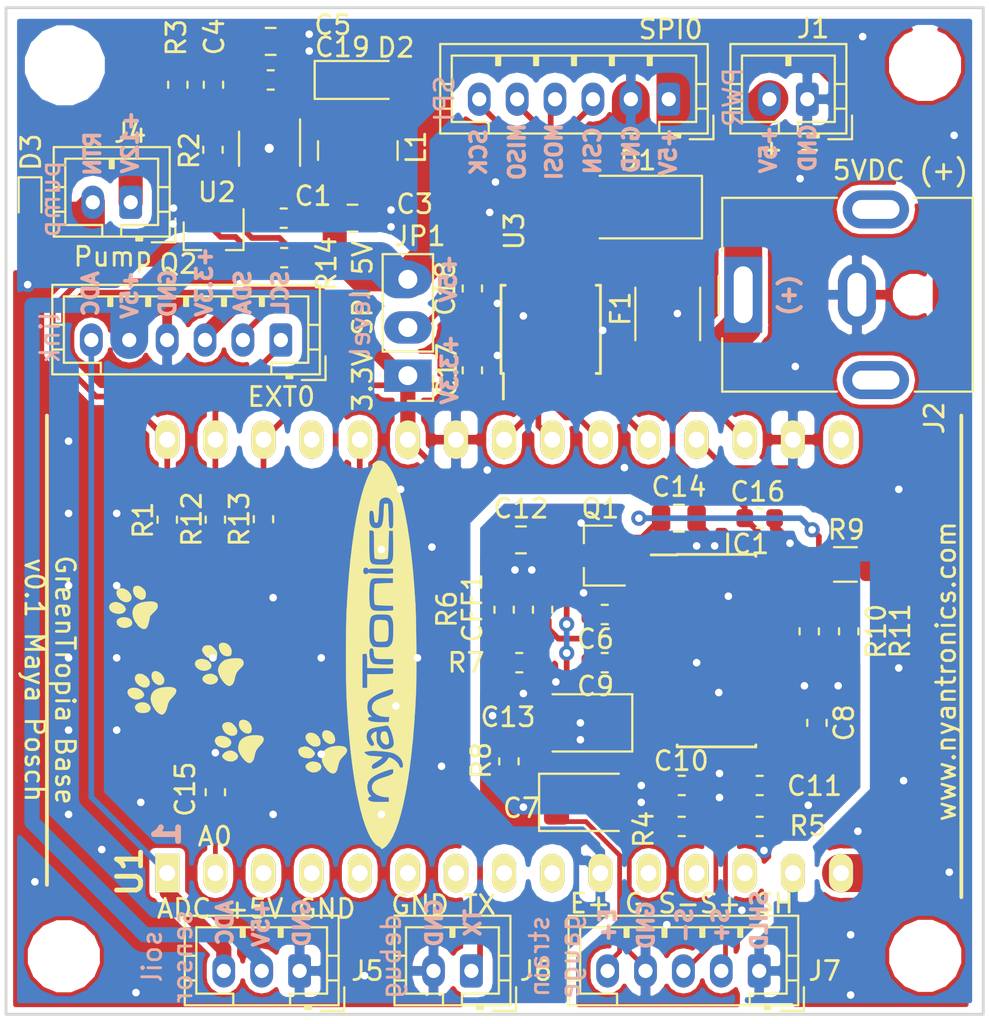
<source format=kicad_pcb>
(kicad_pcb (version 20171130) (host pcbnew "(6.0.0-rc1-dev-985-g576a0af29)")
  (layers (0 F.Cu signal) (31 B.Cu signal) (34 B.Paste user) (35 F.Paste user) (36 B.SilkS user) (37 F.SilkS user) (38 B.Mask user) (39 F.Mask user) (44 Edge.Cuts user))
  (net 0 "")
  (net 1 GND)
  (net 2 +5VDC)
  (net 3 "Net-(C4-Pad1)")
  (net 4 +12VDC)
  (net 5 "Net-(D2-Pad2)")
  (net 6 "Net-(F1-Pad2)")
  (net 7 ADC)
  (net 8 PUMP_EN)
  (net 9 /E+)
  (net 10 +3.3V)
  (net 11 "Net-(IC1-Pad2)")
  (net 12 /S-)
  (net 13 /S+)
  (net 14 "Net-(C15-Pad1)")
  (net 15 "Net-(U1-Pad3)")
  (net 16 "Net-(U1-Pad4)")
  (net 17 "Net-(U1-Pad5)")
  (net 18 "Net-(U1-Pad11)")
  (net 19 "Net-(U1-Pad12)")
  (net 20 "Net-(U1-Pad13)")
  (net 21 "Net-(U1-Pad16)")
  (net 22 "Net-(C10-Pad2)")
  (net 23 "Net-(C11-Pad2)")
  (net 24 "Net-(C12-Pad1)")
  (net 25 "Net-(CFF1-Pad2)")
  (net 26 "Net-(C14-Pad1)")
  (net 27 "Net-(IC1-Pad12)")
  (net 28 "Net-(IC1-Pad11)")
  (net 29 "Net-(IC1-Pad13)")
  (net 30 "Net-(C13-Pad1)")
  (net 31 SPI_MOSI)
  (net 32 SPI_MISO)
  (net 33 SPI_CLK)
  (net 34 /Dbg)
  (net 35 "Net-(C18-Pad2)")
  (net 36 +12VRTN)
  (net 37 SDA)
  (net 38 SCL)
  (net 39 "Net-(Q2-Pad1)")
  (net 40 HX711_DOUT)
  (net 41 HX711_SCK)
  (net 42 SPI_CLK_5V)
  (net 43 SPI_MISO_5V)
  (net 44 SPI_MOSI_5V)
  (net 45 SPI_CSN_5V)
  (net 46 "Net-(U1-Pad6)")
  (net 47 "Net-(U1-Pad7)")
  (net 48 "Net-(U1-Pad8)")
  (net 49 "Net-(U1-Pad9)")
  (net 50 SPI_CSN)
  (net 51 "Net-(U1-Pad27)")
  (net 52 "Net-(U3-Pad9)")
  (net 53 "Net-(U3-Pad6)")
  (module SamacSys_Parts:DIP2286W64P254L4826H735Q30N (layer F.Cu) (at 123.952 105.331 90)
    (fp_text reference U1 (at -11.3566 -19.7612 270) (layer F.SilkS) (effects (font (size 1.27 1.27) (thickness 0.254))))
    (fp_text value NodeMCUv2 hide)
    (pad 1 thru_hole rect (at -11.43 -17.78 90) (size 2.032 1.27) (drill 0.835) (layers *.Cu *.Mask F.SilkS) (net 7 ADC))
    (pad 2 thru_hole roundrect (at -11.43 -15.24 90) (size 2.032 1.27) (drill 0.835) (layers *.Cu *.Mask F.SilkS) (roundrect_rratio 0.5) (net 14 "Net-(C15-Pad1)"))
    (pad 3 thru_hole roundrect (at -11.43 -12.7 90) (size 2.032 1.27) (drill 0.835) (layers *.Cu *.Mask F.SilkS) (roundrect_rratio 0.5) (net 15 "Net-(U1-Pad3)"))
    (pad 4 thru_hole roundrect (at -11.43 -10.16 90) (size 2.032 1.27) (drill 0.835) (layers *.Cu *.Mask F.SilkS) (roundrect_rratio 0.5) (net 16 "Net-(U1-Pad4)"))
    (pad 5 thru_hole roundrect (at -11.43 -7.62 90) (size 2.032 1.27) (drill 0.835) (layers *.Cu *.Mask F.SilkS) (roundrect_rratio 0.5) (net 17 "Net-(U1-Pad5)"))
    (pad 6 thru_hole roundrect (at -11.43 -5.08 90) (size 2.032 1.27) (drill 0.835) (layers *.Cu *.Mask F.SilkS) (roundrect_rratio 0.5) (net 46 "Net-(U1-Pad6)"))
    (pad 7 thru_hole roundrect (at -11.43 -2.54 90) (size 2.032 1.27) (drill 0.835) (layers *.Cu *.Mask F.SilkS) (roundrect_rratio 0.5) (net 47 "Net-(U1-Pad7)"))
    (pad 8 thru_hole roundrect (at -11.43 0 90) (size 2.032 1.27) (drill 0.835) (layers *.Cu *.Mask F.SilkS) (roundrect_rratio 0.5) (net 48 "Net-(U1-Pad8)"))
    (pad 9 thru_hole roundrect (at -11.43 2.54 90) (size 2.032 1.27) (drill 0.835) (layers *.Cu *.Mask F.SilkS) (roundrect_rratio 0.5) (net 49 "Net-(U1-Pad9)"))
    (pad 10 thru_hole roundrect (at -11.43 5.08 90) (size 2.032 1.27) (drill 0.835) (layers *.Cu *.Mask F.SilkS) (roundrect_rratio 0.5) (net 1 GND))
    (pad 11 thru_hole roundrect (at -11.43 7.62 90) (size 2.032 1.27) (drill 0.835) (layers *.Cu *.Mask F.SilkS) (roundrect_rratio 0.5) (net 18 "Net-(U1-Pad11)"))
    (pad 12 thru_hole roundrect (at -11.43 10.16 90) (size 2.032 1.27) (drill 0.835) (layers *.Cu *.Mask F.SilkS) (roundrect_rratio 0.5) (net 19 "Net-(U1-Pad12)"))
    (pad 13 thru_hole roundrect (at -11.43 12.7 90) (size 2.032 1.27) (drill 0.835) (layers *.Cu *.Mask F.SilkS) (roundrect_rratio 0.5) (net 20 "Net-(U1-Pad13)"))
    (pad 14 thru_hole roundrect (at -11.43 15.24 90) (size 2.032 1.27) (drill 0.835) (layers *.Cu *.Mask F.SilkS) (roundrect_rratio 0.5) (net 1 GND))
    (pad 15 thru_hole roundrect (at -11.43 17.78 90) (size 2.032 1.27) (drill 0.835) (layers *.Cu *.Mask F.SilkS) (roundrect_rratio 0.5) (net 2 +5VDC))
    (pad 16 thru_hole roundrect (at 11.43 17.78 90) (size 2.032 1.27) (drill 0.835) (layers *.Cu *.Mask F.SilkS) (roundrect_rratio 0.5) (net 21 "Net-(U1-Pad16)"))
    (pad 17 thru_hole roundrect (at 11.43 15.24 90) (size 2.032 1.27) (drill 0.835) (layers *.Cu *.Mask F.SilkS) (roundrect_rratio 0.5) (net 1 GND))
    (pad 18 thru_hole roundrect (at 11.43 12.7 90) (size 2.032 1.27) (drill 0.835) (layers *.Cu *.Mask F.SilkS) (roundrect_rratio 0.5) (net 40 HX711_DOUT))
    (pad 19 thru_hole roundrect (at 11.43 10.16 90) (size 2.032 1.27) (drill 0.835) (layers *.Cu *.Mask F.SilkS) (roundrect_rratio 0.5) (net 41 HX711_SCK))
    (pad 20 thru_hole roundrect (at 11.43 7.62 90) (size 2.032 1.27) (drill 0.835) (layers *.Cu *.Mask F.SilkS) (roundrect_rratio 0.5) (net 50 SPI_CSN))
    (pad 21 thru_hole roundrect (at 11.43 5.08 90) (size 2.032 1.27) (drill 0.835) (layers *.Cu *.Mask F.SilkS) (roundrect_rratio 0.5) (net 31 SPI_MOSI))
    (pad 22 thru_hole roundrect (at 11.43 2.54 90) (size 2.032 1.27) (drill 0.835) (layers *.Cu *.Mask F.SilkS) (roundrect_rratio 0.5) (net 32 SPI_MISO))
    (pad 23 thru_hole roundrect (at 11.43 0 90) (size 2.032 1.27) (drill 0.835) (layers *.Cu *.Mask F.SilkS) (roundrect_rratio 0.5) (net 33 SPI_CLK))
    (pad 24 thru_hole roundrect (at 11.43 -2.54 90) (size 2.032 1.27) (drill 0.835) (layers *.Cu *.Mask F.SilkS) (roundrect_rratio 0.5) (net 1 GND))
    (pad 25 thru_hole roundrect (at 11.43 -5.08 90) (size 2.032 1.27) (drill 0.835) (layers *.Cu *.Mask F.SilkS) (roundrect_rratio 0.5) (net 10 +3.3V))
    (pad 26 thru_hole roundrect (at 11.43 -7.62 90) (size 2.032 1.27) (drill 0.835) (layers *.Cu *.Mask F.SilkS) (roundrect_rratio 0.5) (net 34 /Dbg))
    (pad 27 thru_hole roundrect (at 11.43 -10.16 90) (size 2.032 1.27) (drill 0.835) (layers *.Cu *.Mask F.SilkS) (roundrect_rratio 0.5) (net 51 "Net-(U1-Pad27)"))
    (pad 28 thru_hole roundrect (at 11.43 -12.7 90) (size 2.032 1.27) (drill 0.835) (layers *.Cu *.Mask F.SilkS) (roundrect_rratio 0.5) (net 37 SDA))
    (pad 29 thru_hole roundrect (at 11.43 -15.24 90) (size 2.032 1.27) (drill 0.835) (layers *.Cu *.Mask F.SilkS) (roundrect_rratio 0.5) (net 38 SCL))
    (pad 30 thru_hole roundrect (at 11.43 -17.78 90) (size 2.032 1.27) (drill 0.835) (layers *.Cu *.Mask F.SilkS) (roundrect_rratio 0.5) (net 8 PUMP_EN))
  )
  (module Connector_JST:JST_PH_B6B-PH-K_1x06_P2.00mm_Vertical (layer F.Cu) (at 132.6388 75.946 180)
    (fp_text reference SPI0 (at -0.1016 3.683 180) (layer F.SilkS))
    (fp_text value Conn_01x06)
    (pad 6 thru_hole oval (at 10 0 180) (size 1.2 1.75) (drill 0.75) (layers *.Cu *.Mask) (net 42 SPI_CLK_5V))
    (pad 5 thru_hole oval (at 8 0 180) (size 1.2 1.75) (drill 0.75) (layers *.Cu *.Mask) (net 43 SPI_MISO_5V))
    (pad 4 thru_hole oval (at 6 0 180) (size 1.2 1.75) (drill 0.75) (layers *.Cu *.Mask) (net 44 SPI_MOSI_5V))
    (pad 3 thru_hole oval (at 4 0 180) (size 1.2 1.75) (drill 0.75) (layers *.Cu *.Mask) (net 45 SPI_CSN_5V))
    (pad 2 thru_hole oval (at 2 0 180) (size 1.2 1.75) (drill 0.75) (layers *.Cu *.Mask) (net 1 GND))
    (pad 1 thru_hole roundrect (at 0 0 180) (size 1.2 1.75) (drill 0.75) (layers *.Cu *.Mask) (roundrect_rratio 0.208333) (net 2 +5VDC))
  )
  (module Connector_JST:JST_PH_B2B-PH-K_1x02_P2.00mm_Vertical (layer F.Cu) (at 104.2416 81.3816 180)
    (fp_text reference J4 (at 0.0254 3.6576 180) (layer F.SilkS))
    (fp_text value Conn_01x02)
    (pad 2 thru_hole oval (at 2 0 180) (size 1.2 1.75) (drill 0.75) (layers *.Cu *.Mask) (net 36 +12VRTN))
    (pad 1 thru_hole roundrect (at 0 0 180) (size 1.2 1.75) (drill 0.75) (layers *.Cu *.Mask) (roundrect_rratio 0.208333) (net 4 +12VDC))
  )
  (module Connector_JST:JST_PH_B2B-PH-K_1x02_P2.00mm_Vertical (layer F.Cu) (at 139.954 75.946 180)
    (fp_text reference J1 (at -0.3048 3.7338 180) (layer F.SilkS))
    (fp_text value Conn_01x02)
    (pad 2 thru_hole oval (at 2 0 180) (size 1.2 1.75) (drill 0.75) (layers *.Cu *.Mask) (net 6 "Net-(F1-Pad2)"))
    (pad 1 thru_hole roundrect (at 0 0 180) (size 1.2 1.75) (drill 0.75) (layers *.Cu *.Mask) (roundrect_rratio 0.208333) (net 1 GND))
  )
  (module Connector_JST:JST_PH_B6B-PH-K_1x06_P2.00mm_Vertical (layer F.Cu) (at 112.1664 88.646 180)
    (fp_text reference EXT0 (at -0.0254 -2.9972 180) (layer F.SilkS))
    (fp_text value Conn_01x06)
    (pad 6 thru_hole oval (at 10 0 180) (size 1.2 1.75) (drill 0.75) (layers *.Cu *.Mask) (net 7 ADC))
    (pad 5 thru_hole oval (at 8 0 180) (size 1.2 1.75) (drill 0.75) (layers *.Cu *.Mask) (net 2 +5VDC))
    (pad 4 thru_hole oval (at 6 0 180) (size 1.2 1.75) (drill 0.75) (layers *.Cu *.Mask) (net 1 GND))
    (pad 3 thru_hole oval (at 4 0 180) (size 1.2 1.75) (drill 0.75) (layers *.Cu *.Mask) (net 10 +3.3V))
    (pad 2 thru_hole oval (at 2 0 180) (size 1.2 1.75) (drill 0.75) (layers *.Cu *.Mask) (net 37 SDA))
    (pad 1 thru_hole roundrect (at 0 0 180) (size 1.2 1.75) (drill 0.75) (layers *.Cu *.Mask) (roundrect_rratio 0.208333) (net 38 SCL))
  )
  (module Connector_JST:JST_PH_B2B-PH-K_1x02_P2.00mm_Vertical (layer F.Cu) (at 122.2248 121.92 180)
    (fp_text reference J6 (at -3.4036 0 180) (layer F.SilkS))
    (fp_text value Conn_01x02)
    (pad 1 thru_hole roundrect (at 0 0 180) (size 1.2 1.75) (drill 0.75) (layers *.Cu *.Mask) (roundrect_rratio 0.208333) (net 34 /Dbg))
    (pad 2 thru_hole oval (at 2 0 180) (size 1.2 1.75) (drill 0.75) (layers *.Cu *.Mask) (net 1 GND))
  )
  (module TO_SOT_Packages_SMD:SOT-23-5_HandSoldering (layer F.Cu) (at 111.572 78.5584 270)
    (fp_text reference U2 (at 2.2898 2.7838) (layer F.SilkS))
    (fp_text value LM27313XMF)
    (pad 5 smd rect (at 1.35 -0.95 270) (size 1.56 0.65) (layers F.Cu F.Paste F.Mask) (net 2 +5VDC))
    (pad 4 smd rect (at 1.35 0.95 270) (size 1.56 0.65) (layers F.Cu F.Paste F.Mask) (net 8 PUMP_EN))
    (pad 3 smd rect (at -1.35 0.95 270) (size 1.56 0.65) (layers F.Cu F.Paste F.Mask) (net 3 "Net-(C4-Pad1)"))
    (pad 2 smd rect (at -1.35 0 270) (size 1.56 0.65) (layers F.Cu F.Paste F.Mask) (net 1 GND))
    (pad 1 smd rect (at -1.35 -0.95 270) (size 1.56 0.65) (layers F.Cu F.Paste F.Mask) (net 5 "Net-(D2-Pad2)"))
  )
  (module Package_SO:TSSOP-14_4.4x5mm_P0.65mm (layer F.Cu) (at 126.4112 88.0836 90)
    (fp_text reference U3 (at 5.178 -1.9258 90) (layer F.SilkS))
    (fp_text value TXB0104PWR)
    (pad 14 smd rect (at 2.95 -1.95 90) (size 1.45 0.45) (layers F.Cu F.Paste F.Mask) (net 35 "Net-(C18-Pad2)"))
    (pad 13 smd rect (at 2.95 -1.3 90) (size 1.45 0.45) (layers F.Cu F.Paste F.Mask) (net 42 SPI_CLK_5V))
    (pad 12 smd rect (at 2.95 -0.65 90) (size 1.45 0.45) (layers F.Cu F.Paste F.Mask) (net 43 SPI_MISO_5V))
    (pad 11 smd rect (at 2.95 0 90) (size 1.45 0.45) (layers F.Cu F.Paste F.Mask) (net 44 SPI_MOSI_5V))
    (pad 10 smd rect (at 2.95 0.65 90) (size 1.45 0.45) (layers F.Cu F.Paste F.Mask) (net 45 SPI_CSN_5V))
    (pad 9 smd rect (at 2.95 1.3 90) (size 1.45 0.45) (layers F.Cu F.Paste F.Mask) (net 52 "Net-(U3-Pad9)"))
    (pad 8 smd rect (at 2.95 1.95 90) (size 1.45 0.45) (layers F.Cu F.Paste F.Mask) (net 10 +3.3V))
    (pad 7 smd rect (at -2.95 1.95 90) (size 1.45 0.45) (layers F.Cu F.Paste F.Mask) (net 1 GND))
    (pad 6 smd rect (at -2.95 1.3 90) (size 1.45 0.45) (layers F.Cu F.Paste F.Mask) (net 53 "Net-(U3-Pad6)"))
    (pad 5 smd rect (at -2.95 0.65 90) (size 1.45 0.45) (layers F.Cu F.Paste F.Mask) (net 50 SPI_CSN))
    (pad 4 smd rect (at -2.95 0 90) (size 1.45 0.45) (layers F.Cu F.Paste F.Mask) (net 31 SPI_MOSI))
    (pad 3 smd rect (at -2.95 -0.65 90) (size 1.45 0.45) (layers F.Cu F.Paste F.Mask) (net 32 SPI_MISO))
    (pad 2 smd rect (at -2.95 -1.3 90) (size 1.45 0.45) (layers F.Cu F.Paste F.Mask) (net 33 SPI_CLK))
    (pad 1 smd rect (at -2.95 -1.95 90) (size 1.45 0.45) (layers F.Cu F.Paste F.Mask) (net 10 +3.3V))
  )
  (module Resistor_SMD:R_0603_1608Metric (layer F.Cu) (at 112.3443 84.3026)
    (fp_text reference R14 (at 2.2351 0.3302 90) (layer F.SilkS))
    (fp_text value 100R)
    (pad 2 smd roundrect (at 0.7875 0) (size 0.875 0.95) (layers F.Cu F.Paste F.Mask) (net 39 "Net-(Q2-Pad1)"))
    (pad 1 smd roundrect (at -0.7875 0) (size 0.875 0.95) (layers F.Cu F.Paste F.Mask) (net 8 PUMP_EN))
  )
  (module Resistor_SMD:R_0603_1608Metric (layer F.Cu) (at 111.252 98.0948 90)
    (fp_text reference R13 (at 0 -1.27 90) (layer F.SilkS))
    (fp_text value 4.7k)
    (pad 2 smd roundrect (at 0.7875 0 90) (size 0.875 0.95) (layers F.Cu F.Paste F.Mask) (net 37 SDA))
    (pad 1 smd roundrect (at -0.7875 0 90) (size 0.875 0.95) (layers F.Cu F.Paste F.Mask) (net 10 +3.3V))
  )
  (module Resistor_SMD:R_0603_1608Metric (layer F.Cu) (at 108.712 98.1201 90)
    (fp_text reference R12 (at 0.0253 -1.2446 90) (layer F.SilkS))
    (fp_text value 4.7k)
    (pad 2 smd roundrect (at 0.7875 0 90) (size 0.875 0.95) (layers F.Cu F.Paste F.Mask) (net 38 SCL))
    (pad 1 smd roundrect (at -0.7875 0 90) (size 0.875 0.95) (layers F.Cu F.Paste F.Mask) (net 10 +3.3V))
  )
  (module Package_TO_SOT_SMD:SOT-23 (layer F.Cu) (at 108.6206 83.1436 270)
    (fp_text reference Q2 (at 1.4892 1.8644) (layer F.SilkS))
    (fp_text value IRLML6244)
    (pad 3 smd rect (at 1 0 270) (size 0.9 0.8) (layers F.Cu F.Paste F.Mask) (net 36 +12VRTN))
    (pad 2 smd rect (at -1 0.95 270) (size 0.9 0.8) (layers F.Cu F.Paste F.Mask) (net 1 GND))
    (pad 1 smd rect (at -1 -0.95 270) (size 0.9 0.8) (layers F.Cu F.Paste F.Mask) (net 39 "Net-(Q2-Pad1)"))
  )
  (module Connector_PinHeader_2.54mm:PinHeader_1x03_P2.54mm_Vertical (layer F.Cu) (at 118.872 90.5256 180)
    (fp_text reference JP1 (at -0.63754 7.35584 180) (layer F.SilkS))
    (fp_text value Jumper_3_Bridged12)
    (pad 3 thru_hole oval (at 0 5.08 180) (size 2.5 1.7) (drill 1) (layers *.Cu *.Mask) (net 2 +5VDC))
    (pad 2 thru_hole oval (at 0 2.54 180) (size 2.5 1.7) (drill 1) (layers *.Cu *.Mask) (net 35 "Net-(C18-Pad2)"))
    (pad 1 thru_hole rect (at 0 0 180) (size 2.5 1.7) (drill 1) (layers *.Cu *.Mask) (net 10 +3.3V))
  )
  (module Diode_SMD:D_SOD-523 (layer F.Cu) (at 98.933 81.215 270)
    (fp_text reference D3 (at -2.475 -0.0508 270) (layer F.SilkS))
    (fp_text value ESD5Z12T1G)
    (pad 1 smd rect (at -0.7 0 90) (size 0.6 0.7) (layers F.Cu F.Paste F.Mask) (net 4 +12VDC))
    (pad 2 smd rect (at 0.7 0 90) (size 0.6 0.7) (layers F.Cu F.Paste F.Mask) (net 36 +12VRTN))
  )
  (module Capacitor_SMD:C_0603_1608Metric (layer F.Cu) (at 111.6331 74.93 180)
    (fp_text reference C19 (at -3.7845 1.7272) (layer F.SilkS))
    (fp_text value 100nF/50V)
    (pad 2 smd roundrect (at 0.7875 0 180) (size 0.875 0.95) (layers F.Cu F.Paste F.Mask) (net 1 GND))
    (pad 1 smd roundrect (at -0.7875 0 180) (size 0.875 0.95) (layers F.Cu F.Paste F.Mask) (net 4 +12VDC))
  )
  (module Capacitor_SMD:C_0603_1608Metric (layer F.Cu) (at 122.2756 85.9281 90)
    (fp_text reference C18 (at 0 -1.43 90) (layer F.SilkS))
    (fp_text value 100nF/50V)
    (pad 2 smd roundrect (at 0.7875 0 90) (size 0.875 0.95) (layers F.Cu F.Paste F.Mask) (net 35 "Net-(C18-Pad2)"))
    (pad 1 smd roundrect (at -0.7875 0 90) (size 0.875 0.95) (layers F.Cu F.Paste F.Mask) (net 1 GND))
  )
  (module Capacitor_SMD:C_0603_1608Metric (layer F.Cu) (at 122.2756 90.2461 270)
    (fp_text reference C17 (at 0 1.3462 270) (layer F.SilkS))
    (fp_text value 100nF/50V)
    (pad 2 smd roundrect (at 0.7875 0 270) (size 0.875 0.95) (layers F.Cu F.Paste F.Mask) (net 10 +3.3V))
    (pad 1 smd roundrect (at -0.7875 0 270) (size 0.875 0.95) (layers F.Cu F.Paste F.Mask) (net 1 GND))
  )
  (module Capacitor_SMD:C_0805_2012Metric (layer F.Cu) (at 111.6307 72.898)
    (fp_text reference C5 (at 3.2789 -0.8636 180) (layer F.SilkS))
    (fp_text value 4.7uF/25V)
    (pad 2 smd roundrect (at 0.9375 0) (size 0.975 1.4) (layers F.Cu F.Paste F.Mask) (net 1 GND))
    (pad 1 smd roundrect (at -0.9375 0) (size 0.975 1.4) (layers F.Cu F.Paste F.Mask) (net 4 +12VDC))
  )
  (module MountingHole:MountingHole_3.2mm_M3_DIN965 (layer F.Cu) (at 146.177 121.12752)
    (fp_text reference H1 hide)
    (fp_text value MountingHole)
    (pad 1 np_thru_hole circle (at 0 0) (size 3.2 3.2) (drill 3.2) (layers *.Cu *.Mask))
  )
  (module MountingHole:MountingHole_3.2mm_M3_DIN965 (layer F.Cu) (at 146.16684 74.13752)
    (fp_text reference H2 hide)
    (fp_text value MountingHole)
    (pad 1 np_thru_hole circle (at 0 0) (size 3.2 3.2) (drill 3.2) (layers *.Cu *.Mask))
  )
  (module MountingHole:MountingHole_3.2mm_M3_DIN965 (layer F.Cu) (at 100.71608 121.14784)
    (fp_text reference H3 hide)
    (fp_text value MountingHole)
    (pad 1 np_thru_hole circle (at 0 0) (size 3.2 3.2) (drill 3.2) (layers *.Cu *.Mask))
  )
  (module MountingHole:MountingHole_3.2mm_M3_DIN965 (layer F.Cu) (at 100.76688 74.15784)
    (fp_text reference H4 hide)
    (fp_text value MountingHole)
    (pad 1 np_thru_hole circle (at 0 0) (size 3.2 3.2) (drill 3.2) (layers *.Cu *.Mask))
  )
  (module Capacitor_SMD:C_0603_1608Metric (layer F.Cu) (at 112.3187 82.2198 180)
    (fp_text reference C1 (at -1.5495 1.1684) (layer F.SilkS))
    (fp_text value 100nF/50V)
    (pad 2 smd roundrect (at 0.7875 0 180) (size 0.875 0.95) (layers F.Cu F.Paste F.Mask) (net 1 GND))
    (pad 1 smd roundrect (at -0.7875 0 180) (size 0.875 0.95) (layers F.Cu F.Paste F.Mask) (net 2 +5VDC))
  )
  (module Connector_BarrelJack:BarrelJack_CUI_PJ-063AH_Horizontal (layer F.Cu) (at 136.57072 86.2584 90)
    (fp_text reference J2 (at -6.5024 10.08888 270) (layer F.SilkS))
    (fp_text value Jack-DC)
    (pad 1 thru_hole rect (at 0 0 90) (size 4 2) (drill oval 3 1) (layers *.Cu *.Mask) (net 6 "Net-(F1-Pad2)"))
    (pad 2 thru_hole oval (at 0 6 90) (size 3.3 2) (drill oval 2.3 1) (layers *.Cu *.Mask) (net 1 GND))
    (pad MP thru_hole oval (at -4.5 7 90) (size 2 3.5) (drill oval 1 2.5) (layers *.Cu *.Mask))
    (pad MP thru_hole oval (at 4.5 7 90) (size 2 3.5) (drill oval 1 2.5) (layers *.Cu *.Mask))
    (pad "" np_thru_hole circle (at 0 9 90) (size 1.6 1.6) (drill 1.6) (layers *.Cu *.Mask))
  )
  (module Connector_JST:JST_PH_B3B-PH-K_1x03_P2.00mm_Vertical (layer F.Cu) (at 113.157 121.92 180)
    (fp_text reference J5 (at -3.5814 0 180) (layer F.SilkS))
    (fp_text value Conn_01x03)
    (pad 1 thru_hole roundrect (at 0 0 180) (size 1.2 1.75) (drill 0.75) (layers *.Cu *.Mask) (roundrect_rratio 0.208333) (net 1 GND))
    (pad 2 thru_hole oval (at 2 0 180) (size 1.2 1.75) (drill 0.75) (layers *.Cu *.Mask) (net 2 +5VDC))
    (pad 3 thru_hole oval (at 4 0 180) (size 1.2 1.75) (drill 0.75) (layers *.Cu *.Mask) (net 7 ADC))
  )
  (module Connector_JST:JST_PH_B5B-PH-K_1x05_P2.00mm_Vertical (layer F.Cu) (at 137.414 121.92 180)
    (fp_text reference J7 (at -3.4544 0 180) (layer F.SilkS))
    (fp_text value Conn_01x05)
    (pad 1 thru_hole roundrect (at 0 0 180) (size 1.2 1.75) (drill 0.75) (layers *.Cu *.Mask) (roundrect_rratio 0.208333) (net 1 GND))
    (pad 2 thru_hole oval (at 2 0 180) (size 1.2 1.75) (drill 0.75) (layers *.Cu *.Mask) (net 13 /S+))
    (pad 3 thru_hole oval (at 4 0 180) (size 1.2 1.75) (drill 0.75) (layers *.Cu *.Mask) (net 12 /S-))
    (pad 4 thru_hole oval (at 6 0 180) (size 1.2 1.75) (drill 0.75) (layers *.Cu *.Mask) (net 1 GND))
    (pad 5 thru_hole oval (at 8 0 180) (size 1.2 1.75) (drill 0.75) (layers *.Cu *.Mask) (net 9 /E+))
  )
  (module Diode_SMD:D_SMA (layer F.Cu) (at 130.9944 81.6356 180)
    (fp_text reference D1 (at -0.0188 2.4638 180) (layer F.SilkS))
    (fp_text value 1N4004)
    (pad 1 smd rect (at -2 0 180) (size 2.5 1.8) (layers F.Cu F.Paste F.Mask) (net 2 +5VDC))
    (pad 2 smd rect (at 2 0 180) (size 2.5 1.8) (layers F.Cu F.Paste F.Mask) (net 1 GND))
  )
  (module Fuse:Fuse_1812_4532Metric (layer F.Cu) (at 132.588 87.2705 270)
    (fp_text reference F1 (at -0.2755 2.4892 90) (layer F.SilkS))
    (fp_text value Polyfuse)
    (pad 1 smd roundrect (at -2.1375 0 270) (size 1.125 3.4) (layers F.Cu F.Paste F.Mask) (roundrect_rratio 0.222222) (net 2 +5VDC))
    (pad 2 smd roundrect (at 2.1375 0 270) (size 1.125 3.4) (layers F.Cu F.Paste F.Mask) (roundrect_rratio 0.222222) (net 6 "Net-(F1-Pad2)"))
  )
  (module Capacitor_SMD:C_0603_1608Metric (layer F.Cu) (at 137.4395 98.044 180)
    (fp_text reference C16 (at 0.1017 1.397 180) (layer F.SilkS))
    (fp_text value 100nF/50V)
    (pad 1 smd roundrect (at -0.7875 0 180) (size 0.875 0.95) (layers F.Cu F.Paste F.Mask) (net 1 GND))
    (pad 2 smd roundrect (at 0.7875 0 180) (size 0.875 0.95) (layers F.Cu F.Paste F.Mask) (net 10 +3.3V))
  )
  (module Resistor_SMD:R_1206_3216Metric (layer F.Cu) (at 141.9636 100.4824 180)
    (fp_text reference R9 (at -0.0478 1.8288 180) (layer F.SilkS))
    (fp_text value 100R)
    (pad 2 smd roundrect (at 1.4 0 180) (size 1.25 1.75) (layers F.Cu F.Paste F.Mask) (roundrect_rratio 0.2) (net 26 "Net-(C14-Pad1)"))
    (pad 1 smd roundrect (at -1.4 0 180) (size 1.25 1.75) (layers F.Cu F.Paste F.Mask) (roundrect_rratio 0.2) (net 2 +5VDC))
  )
  (module Capacitor_SMD:C_0805_2012Metric (layer F.Cu) (at 115.9487 82.2198)
    (fp_text reference C3 (at 3.28398 -0.74168 180) (layer F.SilkS))
    (fp_text value 10uF/16V)
    (pad 2 smd roundrect (at 0.9375 0) (size 0.975 1.4) (layers F.Cu F.Paste F.Mask) (net 1 GND))
    (pad 1 smd roundrect (at -0.9375 0) (size 0.975 1.4) (layers F.Cu F.Paste F.Mask) (net 2 +5VDC))
  )
  (module Capacitor_SMD:C_0805_2012Metric (layer F.Cu) (at 124.841 99.187 180)
    (fp_text reference C12 (at 0 1.651 180) (layer F.SilkS))
    (fp_text value 10uF/16V)
    (pad 2 smd roundrect (at 0.9375 0 180) (size 0.975 1.4) (layers F.Cu F.Paste F.Mask) (net 1 GND))
    (pad 1 smd roundrect (at -0.9375 0 180) (size 0.975 1.4) (layers F.Cu F.Paste F.Mask) (net 24 "Net-(C12-Pad1)"))
  )
  (module Capacitor_SMD:C_0805_2012Metric (layer F.Cu) (at 133.1745 98.044)
    (fp_text reference C14 (at 0 -1.65) (layer F.SilkS))
    (fp_text value 10uF/16V)
    (pad 1 smd roundrect (at -0.9375 0) (size 0.975 1.4) (layers F.Cu F.Paste F.Mask) (net 26 "Net-(C14-Pad1)"))
    (pad 2 smd roundrect (at 0.9375 0) (size 0.975 1.4) (layers F.Cu F.Paste F.Mask) (net 1 GND))
  )
  (module Capacitor_SMD:C_0603_1608Metric (layer F.Cu) (at 108.712 112.4967 90)
    (fp_text reference C15 (at 0.15738 -1.59004 90) (layer F.SilkS))
    (fp_text value 100nF/50V)
    (pad 1 smd roundrect (at -0.7875 0 90) (size 0.875 0.95) (layers F.Cu F.Paste F.Mask) (net 14 "Net-(C15-Pad1)"))
    (pad 2 smd roundrect (at 0.7875 0 90) (size 0.875 0.95) (layers F.Cu F.Paste F.Mask) (net 1 GND))
  )
  (module Capacitor_SMD:C_0603_1608Metric (layer F.Cu) (at 108.6104 75.1839 90)
    (fp_text reference C4 (at 2.52984 0.04572 90) (layer F.SilkS))
    (fp_text value 220pF)
    (pad 1 smd roundrect (at -0.7875 0 90) (size 0.875 0.95) (layers F.Cu F.Paste F.Mask) (net 3 "Net-(C4-Pad1)"))
    (pad 2 smd roundrect (at 0.7875 0 90) (size 0.875 0.95) (layers F.Cu F.Paste F.Mask) (net 4 +12VDC))
  )
  (module Capacitor_SMD:C_0603_1608Metric (layer F.Cu) (at 129.2605 103.124 180)
    (fp_text reference C6 (at 0.4825 -1.2954 180) (layer F.SilkS))
    (fp_text value 100nF/50V)
    (pad 1 smd roundrect (at -0.7875 0 180) (size 0.875 0.95) (layers F.Cu F.Paste F.Mask) (net 9 /E+))
    (pad 2 smd roundrect (at 0.7875 0 180) (size 0.875 0.95) (layers F.Cu F.Paste F.Mask) (net 1 GND))
  )
  (module Capacitor_SMD:C_0603_1608Metric (layer F.Cu) (at 140.462 108.839 270)
    (fp_text reference C8 (at 0 -1.43 270) (layer F.SilkS))
    (fp_text value 1uF/50V)
    (pad 2 smd roundrect (at 0.7875 0 270) (size 0.875 0.95) (layers F.Cu F.Paste F.Mask) (net 23 "Net-(C11-Pad2)"))
    (pad 1 smd roundrect (at -0.7875 0 270) (size 0.875 0.95) (layers F.Cu F.Paste F.Mask) (net 22 "Net-(C10-Pad2)"))
  )
  (module Capacitor_SMD:C_0603_1608Metric (layer F.Cu) (at 129.2605 105.664 180)
    (fp_text reference C9 (at 0.4825 -1.2446) (layer F.SilkS))
    (fp_text value 100nF/50V)
    (pad 1 smd roundrect (at -0.7875 0 180) (size 0.875 0.95) (layers F.Cu F.Paste F.Mask) (net 1 GND))
    (pad 2 smd roundrect (at 0.7875 0 180) (size 0.875 0.95) (layers F.Cu F.Paste F.Mask) (net 30 "Net-(C13-Pad1)"))
  )
  (module Diode_SMD:D_SOD-123 (layer F.Cu) (at 116.204 74.93)
    (fp_text reference D2 (at 2.033 -1.7018) (layer F.SilkS))
    (fp_text value MBR0520L)
    (pad 1 smd rect (at -1.65 0) (size 0.9 1.2) (layers F.Cu F.Paste F.Mask) (net 4 +12VDC))
    (pad 2 smd rect (at 1.65 0) (size 0.9 1.2) (layers F.Cu F.Paste F.Mask) (net 5 "Net-(D2-Pad2)"))
  )
  (module Resistor_SMD:R_0603_1608Metric (layer F.Cu) (at 124.752 105.664)
    (fp_text reference R7 (at -2.8066 0) (layer F.SilkS))
    (fp_text value 1.0k)
    (pad 1 smd roundrect (at -0.7875 0) (size 0.875 0.95) (layers F.Cu F.Paste F.Mask) (net 25 "Net-(CFF1-Pad2)"))
    (pad 2 smd roundrect (at 0.7875 0) (size 0.875 0.95) (layers F.Cu F.Paste F.Mask) (net 1 GND))
  )
  (module Resistor_SMD:R_0603_1608Metric (layer F.Cu) (at 123.952 102.87 270)
    (fp_text reference R6 (at -0.0254 3.0226 270) (layer F.SilkS))
    (fp_text value 2.0k)
    (pad 2 smd roundrect (at 0.7875 0 270) (size 0.875 0.95) (layers F.Cu F.Paste F.Mask) (net 25 "Net-(CFF1-Pad2)"))
    (pad 1 smd roundrect (at -0.7875 0 270) (size 0.875 0.95) (layers F.Cu F.Paste F.Mask) (net 24 "Net-(C12-Pad1)"))
  )
  (module Resistor_SMD:R_0603_1608Metric (layer F.Cu) (at 137.4395 114.3)
    (fp_text reference R5 (at 2.5399 -0.0254) (layer F.SilkS))
    (fp_text value 100R)
    (pad 1 smd roundrect (at -0.7875 0) (size 0.875 0.95) (layers F.Cu F.Paste F.Mask) (net 13 /S+))
    (pad 2 smd roundrect (at 0.7875 0) (size 0.875 0.95) (layers F.Cu F.Paste F.Mask) (net 23 "Net-(C11-Pad2)"))
  )
  (module Resistor_SMD:R_0603_1608Metric (layer F.Cu) (at 133.3245 114.3)
    (fp_text reference R4 (at -2.0065 0.1524 90) (layer F.SilkS))
    (fp_text value 100R)
    (pad 2 smd roundrect (at 0.7875 0) (size 0.875 0.95) (layers F.Cu F.Paste F.Mask) (net 12 /S-))
    (pad 1 smd roundrect (at -0.7875 0) (size 0.875 0.95) (layers F.Cu F.Paste F.Mask) (net 22 "Net-(C10-Pad2)"))
  )
  (module Resistor_SMD:R_0603_1608Metric (layer F.Cu) (at 106.7308 75.1839 270)
    (fp_text reference R3 (at -2.48412 0.08128 270) (layer F.SilkS))
    (fp_text value 117K)
    (pad 1 smd roundrect (at -0.7875 0 270) (size 0.875 0.95) (layers F.Cu F.Paste F.Mask) (net 4 +12VDC))
    (pad 2 smd roundrect (at 0.7875 0 270) (size 0.875 0.95) (layers F.Cu F.Paste F.Mask) (net 3 "Net-(C4-Pad1)"))
  )
  (module Resistor_SMD:R_0603_1608Metric (layer F.Cu) (at 106.172 98.1201 270)
    (fp_text reference R1 (at 0.0255 1.27 270) (layer F.SilkS))
    (fp_text value 4.7k)
    (pad 2 smd roundrect (at 0.7875 0 270) (size 0.875 0.95) (layers F.Cu F.Paste F.Mask) (net 1 GND))
    (pad 1 smd roundrect (at -0.7875 0 270) (size 0.875 0.95) (layers F.Cu F.Paste F.Mask) (net 8 PUMP_EN))
  )
  (module Resistor_SMD:R_0603_1608Metric (layer F.Cu) (at 108.585 78.6129 270)
    (fp_text reference R2 (at 0.0509 1.2446 270) (layer F.SilkS))
    (fp_text value 13.3K)
    (pad 1 smd roundrect (at -0.7875 0 270) (size 0.875 0.95) (layers F.Cu F.Paste F.Mask) (net 3 "Net-(C4-Pad1)"))
    (pad 2 smd roundrect (at 0.7875 0 270) (size 0.875 0.95) (layers F.Cu F.Paste F.Mask) (net 1 GND))
  )
  (module Inductors_SMD:L_Wuerth_MAPI-4020 (layer F.Cu) (at 116.2304 78.655 90)
    (fp_text reference L1 (at 0.169 3.0734 270) (layer F.SilkS))
    (fp_text value 10uH)
    (pad 2 smd rect (at 1.185 0 90) (size 0.98 3.7) (layers F.Cu F.Paste F.Mask) (net 5 "Net-(D2-Pad2)"))
    (pad 1 smd rect (at -1.185 0 90) (size 0.98 3.7) (layers F.Cu F.Paste F.Mask) (net 2 +5VDC))
  )
  (module Housings_SOIC:SOIC-16_3.9x9.9mm_Pitch1.27mm (layer F.Cu) (at 135.161 105.029)
    (fp_text reference IC1 (at 1.5672 -5.6134) (layer F.SilkS))
    (fp_text value HX711)
    (pad 16 smd rect (at 2.7 -4.445) (size 1.5 0.6) (layers F.Cu F.Paste F.Mask) (net 10 +3.3V))
    (pad 15 smd rect (at 2.7 -3.175) (size 1.5 0.6) (layers F.Cu F.Paste F.Mask) (net 1 GND))
    (pad 14 smd rect (at 2.7 -1.905) (size 1.5 0.6) (layers F.Cu F.Paste F.Mask) (net 1 GND))
    (pad 13 smd rect (at 2.7 -0.635) (size 1.5 0.6) (layers F.Cu F.Paste F.Mask) (net 29 "Net-(IC1-Pad13)"))
    (pad 12 smd rect (at 2.7 0.635) (size 1.5 0.6) (layers F.Cu F.Paste F.Mask) (net 27 "Net-(IC1-Pad12)"))
    (pad 11 smd rect (at 2.7 1.905) (size 1.5 0.6) (layers F.Cu F.Paste F.Mask) (net 28 "Net-(IC1-Pad11)"))
    (pad 10 smd rect (at 2.7 3.175) (size 1.5 0.6) (layers F.Cu F.Paste F.Mask) (net 22 "Net-(C10-Pad2)"))
    (pad 9 smd rect (at 2.7 4.445) (size 1.5 0.6) (layers F.Cu F.Paste F.Mask) (net 23 "Net-(C11-Pad2)"))
    (pad 8 smd rect (at -2.7 4.445) (size 1.5 0.6) (layers F.Cu F.Paste F.Mask) (net 23 "Net-(C11-Pad2)"))
    (pad 7 smd rect (at -2.7 3.175) (size 1.5 0.6) (layers F.Cu F.Paste F.Mask) (net 22 "Net-(C10-Pad2)"))
    (pad 6 smd rect (at -2.7 1.905) (size 1.5 0.6) (layers F.Cu F.Paste F.Mask) (net 30 "Net-(C13-Pad1)"))
    (pad 5 smd rect (at -2.7 0.635) (size 1.5 0.6) (layers F.Cu F.Paste F.Mask) (net 1 GND))
    (pad 4 smd rect (at -2.7 -0.635) (size 1.5 0.6) (layers F.Cu F.Paste F.Mask) (net 25 "Net-(CFF1-Pad2)"))
    (pad 3 smd rect (at -2.7 -1.905) (size 1.5 0.6) (layers F.Cu F.Paste F.Mask) (net 9 /E+))
    (pad 2 smd rect (at -2.7 -3.175) (size 1.5 0.6) (layers F.Cu F.Paste F.Mask) (net 11 "Net-(IC1-Pad2)"))
    (pad 1 smd rect (at -2.7 -4.445) (size 1.5 0.6) (layers F.Cu F.Paste F.Mask) (net 26 "Net-(C14-Pad1)"))
  )
  (module Resistor_SMD:R_0603_1608Metric (layer F.Cu) (at 124.206 110.871 270)
    (fp_text reference R8 (at -0.0508 1.4732 270) (layer F.SilkS))
    (fp_text value 10R)
    (pad 2 smd roundrect (at 0.7875 0 270) (size 0.875 0.95) (layers F.Cu F.Paste F.Mask) (net 9 /E+))
    (pad 1 smd roundrect (at -0.7875 0 270) (size 0.875 0.95) (layers F.Cu F.Paste F.Mask) (net 24 "Net-(C12-Pad1)"))
  )
  (module Resistor_SMD:R_0603_1608Metric (layer F.Cu) (at 140.0556 104.0129 270)
    (fp_text reference R10 (at 0 -3.5306 270) (layer F.SilkS))
    (fp_text value 100R)
    (pad 1 smd roundrect (at -0.7875 0 270) (size 0.875 0.95) (layers F.Cu F.Paste F.Mask) (net 40 HX711_DOUT))
    (pad 2 smd roundrect (at 0.7875 0 270) (size 0.875 0.95) (layers F.Cu F.Paste F.Mask) (net 27 "Net-(IC1-Pad12)"))
  )
  (module Resistor_SMD:R_0603_1608Metric (layer F.Cu) (at 142.1384 104.0129 270)
    (fp_text reference R11 (at -0.0253 -2.7178 270) (layer F.SilkS))
    (fp_text value 100R)
    (pad 2 smd roundrect (at 0.7875 0 270) (size 0.875 0.95) (layers F.Cu F.Paste F.Mask) (net 28 "Net-(IC1-Pad11)"))
    (pad 1 smd roundrect (at -0.7875 0 270) (size 0.875 0.95) (layers F.Cu F.Paste F.Mask) (net 41 HX711_SCK))
  )
  (module Package_TO_SOT_SMD:SOT-23 (layer F.Cu) (at 128.921 100.015 180)
    (fp_text reference Q1 (at -0.111 2.479 180) (layer F.SilkS))
    (fp_text value BC857C)
    (pad 3 smd rect (at 1 0 180) (size 0.9 0.8) (layers F.Cu F.Paste F.Mask) (net 24 "Net-(C12-Pad1)"))
    (pad 2 smd rect (at -1 0.95 180) (size 0.9 0.8) (layers F.Cu F.Paste F.Mask) (net 26 "Net-(C14-Pad1)"))
    (pad 1 smd rect (at -1 -0.95 180) (size 0.9 0.8) (layers F.Cu F.Paste F.Mask) (net 11 "Net-(IC1-Pad2)"))
  )
  (module Capacitor_Tantalum_SMD:CP_EIA-3528-15_AVX-H (layer F.Cu) (at 128.2565 108.839 180)
    (fp_text reference C13 (at 4.1013 0.3048) (layer F.SilkS))
    (fp_text value 100uF/6.3V)
    (pad 2 smd roundrect (at 1.5375 0 180) (size 1.325 2.35) (layers F.Cu F.Paste F.Mask) (roundrect_rratio 0.188679) (net 1 GND))
    (pad 1 smd roundrect (at -1.5375 0 180) (size 1.325 2.35) (layers F.Cu F.Paste F.Mask) (roundrect_rratio 0.188679) (net 30 "Net-(C13-Pad1)"))
  )
  (module Capacitor_Tantalum_SMD:CP_EIA-3528-15_AVX-H (layer F.Cu) (at 128.2565 113.03)
    (fp_text reference C7 (at -3.3901 0.3048 180) (layer F.SilkS))
    (fp_text value 100uF/6.3V)
    (pad 1 smd roundrect (at -1.5375 0) (size 1.325 2.35) (layers F.Cu F.Paste F.Mask) (roundrect_rratio 0.188679) (net 9 /E+))
    (pad 2 smd roundrect (at 1.5375 0) (size 1.325 2.35) (layers F.Cu F.Paste F.Mask) (roundrect_rratio 0.188679) (net 1 GND))
  )
  (module Capacitor_SMD:C_0603_1608Metric (layer F.Cu) (at 125.984 102.87 270)
    (fp_text reference CFF1 (at -0.1016 3.7084 270) (layer F.SilkS))
    (fp_text value 1uF/50V)
    (pad 2 smd roundrect (at 0.7875 0 270) (size 0.875 0.95) (layers F.Cu F.Paste F.Mask) (net 25 "Net-(CFF1-Pad2)"))
    (pad 1 smd roundrect (at -0.7875 0 270) (size 0.875 0.95) (layers F.Cu F.Paste F.Mask) (net 24 "Net-(C12-Pad1)"))
  )
  (module Capacitor_SMD:C_0603_1608Metric (layer F.Cu) (at 137.4395 112.141)
    (fp_text reference C11 (at 2.8955 0.0254) (layer F.SilkS))
    (fp_text value 10nF/50V)
    (pad 2 smd roundrect (at 0.7875 0) (size 0.875 0.95) (layers F.Cu F.Paste F.Mask) (net 23 "Net-(C11-Pad2)"))
    (pad 1 smd roundrect (at -0.7875 0) (size 0.875 0.95) (layers F.Cu F.Paste F.Mask) (net 1 GND))
  )
  (module Capacitor_SMD:C_0603_1608Metric (layer F.Cu) (at 133.3245 112.141 180)
    (fp_text reference C10 (at 0.0253 1.2954 180) (layer F.SilkS))
    (fp_text value 10nF/50V)
    (pad 1 smd roundrect (at -0.7875 0 180) (size 0.875 0.95) (layers F.Cu F.Paste F.Mask) (net 1 GND))
    (pad 2 smd roundrect (at 0.7875 0 180) (size 0.875 0.95) (layers F.Cu F.Paste F.Mask) (net 22 "Net-(C10-Pad2)"))
  )
  (module kicad_art:nyantronics_logo (layer F.Cu) (at 117.38102 105.25506 90)
    (fp_text reference G*** hide)
    (fp_text value LOGO hide)
  )
  (module kicad_art:kitten_paw_prints (layer F.Cu) (at 109.36224 106.55808 90)
    (fp_text reference G*** hide)
    (fp_text value LOGO hide)
  )
  (gr_text 1 (at 106.172 114.7064 90) (layer B.SilkS) (effects (font (size 1.27 1.27) (thickness 0.3048)) (justify mirror)))
  (gr_text "3.3V SPI 5V" (at 116.4844 87.9094 90) (layer F.SilkS) (effects (font (size 1 1))))
  (gr_text "E+ G S-S+ SH" (at 133.3246 118.364) (layer F.SilkS) (effects (font (size 1 1))))
  (gr_text "ADC +5V GND" (at 110.871 118.6434) (layer F.SilkS) (effects (font (size 1 1))))
  (gr_text "+ -" (at 139.065 78.5622) (layer F.SilkS) (effects (font (size 1 1))))
  (gr_text "5VDC (+)" (at 141.19352 79.69758) (layer F.SilkS) (effects (font (size 1 1)) (justify left)))
  (gr_text "(+)" (at 138.938 86.2838 90) (layer B.SilkS) (effects (font (size 0.8128 0.8128) (thickness 0.2032)) (justify mirror)))
  (gr_text GND (at 139.9794 78.5114 90) (layer B.SilkS) (effects (font (size 0.8128 0.8128) (thickness 0.2032)) (justify mirror)))
  (gr_text +5V (at 137.8966 78.5876 90) (layer B.SilkS) (effects (font (size 0.8128 0.8128) (thickness 0.2032)) (justify mirror)))
  (gr_text +5V (at 132.6134 78.7146 90) (layer B.SilkS) (effects (font (size 0.8128 0.8128) (thickness 0.2032)) (justify mirror)))
  (gr_text GND (at 130.6576 78.5876 90) (layer B.SilkS) (effects (font (size 0.8128 0.8128) (thickness 0.2032)) (justify mirror)))
  (gr_text CSN (at 128.6256 78.6638 90) (layer B.SilkS) (effects (font (size 0.8128 0.8128) (thickness 0.2032)) (justify mirror)))
  (gr_text MOSI (at 126.5936 78.7146 90) (layer B.SilkS) (effects (font (size 0.8128 0.8128) (thickness 0.2032)) (justify mirror)))
  (gr_text MISO (at 124.6378 78.7146 90) (layer B.SilkS) (effects (font (size 0.8128 0.8128) (thickness 0.2032)) (justify mirror)))
  (gr_text SCK (at 122.6058 78.74 90) (layer B.SilkS) (effects (font (size 0.8128 0.8128) (thickness 0.2032)) (justify mirror)))
  (gr_text SCL (at 112.141 86.1314 90) (layer B.SilkS) (effects (font (size 0.8128 0.8128) (thickness 0.2032)) (justify mirror)))
  (gr_text SDA (at 110.1598 86.1314 90) (layer B.SilkS) (effects (font (size 0.8128 0.8128) (thickness 0.2032)) (justify mirror)))
  (gr_text +3.3V (at 108.1278 85.5726 90) (layer B.SilkS) (effects (font (size 0.8128 0.8128) (thickness 0.2032)) (justify mirror)))
  (gr_text GND (at 106.1974 86.1822 90) (layer B.SilkS) (effects (font (size 0.8128 0.8128) (thickness 0.2032)) (justify mirror)))
  (gr_text +5V (at 104.1908 86.2584 90) (layer B.SilkS) (effects (font (size 0.8128 0.8128) (thickness 0.2032)) (justify mirror)))
  (gr_text ADC (at 102.1334 86.2076 90) (layer B.SilkS) (effects (font (size 0.8128 0.8128) (thickness 0.2032)) (justify mirror)))
  (gr_text +12V (at 104.2162 78.2066 90) (layer B.SilkS) (effects (font (size 0.8128 0.8128) (thickness 0.2032)) (justify mirror)))
  (gr_text RTN (at 102.235 78.8162 90) (layer B.SilkS) (effects (font (size 0.8128 0.8128) (thickness 0.2032)) (justify mirror)))
  (gr_text +3.3V (at 121.0818 90.1954 90) (layer B.SilkS) (effects (font (size 0.8128 0.8128) (thickness 0.2032)) (justify mirror)))
  (gr_text +5V (at 121.0056 85.3948 90) (layer B.SilkS) (effects (font (size 0.8128 0.8128) (thickness 0.2032)) (justify mirror)))
  (gr_text level (at 116.3574 87.7824 90) (layer B.SilkS) (effects (font (size 1 1)) (justify mirror)))
  (gr_text PWR (at 136.0424 75.8444 90) (layer B.SilkS) (effects (font (size 1 1)) (justify mirror)))
  (gr_text SPI (at 120.8024 75.9206 90) (layer B.SilkS) (effects (font (size 1 1)) (justify mirror)))
  (gr_text pump (at 99.9998 81.2038 90) (layer B.SilkS) (effects (font (size 1 1)) (justify mirror)))
  (gr_text link (at 99.9744 88.519 90) (layer B.SilkS) (effects (font (size 1 1)) (justify mirror)))
  (gr_text SHLD (at 137.414 119.253 90) (layer B.SilkS) (effects (font (size 0.8128 0.8128) (thickness 0.2032)) (justify mirror)))
  (gr_text S+ (at 135.382 119.507 90) (layer B.SilkS) (effects (font (size 0.8128 0.8128) (thickness 0.2032)) (justify mirror)))
  (gr_text S- (at 133.477 119.507 90) (layer B.SilkS) (effects (font (size 0.8128 0.8128) (thickness 0.2032)) (justify mirror)))
  (gr_text GND (at 131.445 119.507 90) (layer B.SilkS) (effects (font (size 0.8128 0.8128) (thickness 0.2032)) (justify mirror)))
  (gr_text E+ (at 129.413 119.507 90) (layer B.SilkS) (effects (font (size 0.8128 0.8128) (thickness 0.2032)) (justify mirror)))
  (gr_text "strain\ngauge" (at 126.619 121.158 90) (layer B.SilkS) (effects (font (size 1 1)) (justify mirror)))
  (gr_text debug (at 117.983 121.158 90) (layer B.SilkS) (effects (font (size 1 1)) (justify mirror)))
  (gr_text TX (at 122.301 119.38 90) (layer B.SilkS) (effects (font (size 0.8128 0.8128) (thickness 0.2032)) (justify mirror)))
  (gr_text GND (at 120.269 119.38 90) (layer B.SilkS) (effects (font (size 0.8128 0.8128) (thickness 0.2032)) (justify mirror)))
  (gr_text ADC (at 109.22 119.38 90) (layer B.SilkS) (effects (font (size 0.8128 0.8128) (thickness 0.2032)) (justify mirror)))
  (gr_text +5V (at 111.125 119.38 90) (layer B.SilkS) (effects (font (size 0.8128 0.8128) (thickness 0.2032)) (justify mirror)))
  (gr_text www.nyantronics.com (at 147.2692 106.1212 90) (layer F.SilkS) (effects (font (size 1 1))))
  (gr_text Pump (at 103.3018 84.2518) (layer F.SilkS) (effects (font (size 1 1))))
  (gr_text GND (at 113.284 119.38 90) (layer B.SilkS) (effects (font (size 0.8128 0.8128) (thickness 0.2032)) (justify mirror)))
  (gr_text "soil\nsensor" (at 106.172 121.158 90) (layer B.SilkS) (effects (font (size 1 1)) (justify mirror)))
  (gr_text A0 (at 108.6866 114.8334) (layer F.SilkS) (effects (font (size 1 1))))
  (gr_text "GND TX" (at 120.7516 118.4402) (layer F.SilkS) (effects (font (size 1 1))))
  (gr_text "GreenTropia Base\nv0.1 Maya Posch" (at 99.9744 106.5784 270) (layer F.SilkS) (effects (font (size 1 1))))
  (gr_line (start 97.663 124.206) (end 97.663 71.12) (layer Edge.Cuts) (width 0.15))
  (gr_line (start 149.2377 124.206) (end 97.663 124.206) (layer Edge.Cuts) (width 0.15))
  (gr_line (start 149.2377 71.12) (end 149.2377 124.206) (layer Edge.Cuts) (width 0.15))
  (gr_line (start 97.663 71.12) (end 149.2377 71.12) (layer Edge.Cuts) (width 0.15))
  (segment (start 129.667 112.141) (end 129.667 112.776) (width 0.25) (layer F.Cu) (net 1))
  (segment (start 131.414 121.92) (end 131.414 121.762) (width 0.25) (layer F.Cu) (net 1))
  (segment (start 131.414 121.762) (end 130.556 120.904) (width 0.25) (layer F.Cu) (net 1))
  (segment (start 130.2005 105.664) (end 130.0735 105.791) (width 0.3) (layer F.Cu) (net 1))
  (segment (start 132.461 105.664) (end 130.2005 105.664) (width 0.3) (layer F.Cu) (net 1))
  (segment (start 130.556 113.792) (end 129.794 113.03) (width 0.25) (layer F.Cu) (net 1))
  (segment (start 130.556 120.904) (end 130.556 113.792) (width 0.25) (layer F.Cu) (net 1))
  (via (at 134.112 105.664) (size 0.8) (drill 0.4) (layers F.Cu B.Cu) (net 1))
  (segment (start 132.461 105.664) (end 134.112 105.664) (width 0.3) (layer F.Cu) (net 1))
  (via (at 128.14301 101.981) (size 0.8) (drill 0.4) (layers F.Cu B.Cu) (net 1))
  (via (at 131.191 113.03) (size 0.8) (drill 0.4) (layers F.Cu B.Cu) (net 1))
  (segment (start 129.794 113.03) (end 131.191 113.03) (width 0.3) (layer F.Cu) (net 1))
  (via (at 131.191 112.141) (size 0.8) (drill 0.4) (layers F.Cu B.Cu) (net 1))
  (segment (start 130.683 112.141) (end 131.191 112.141) (width 0.3) (layer F.Cu) (net 1))
  (segment (start 129.794 113.03) (end 130.683 112.141) (width 0.3) (layer F.Cu) (net 1))
  (via (at 126.6825 106.68) (size 0.8) (drill 0.4) (layers F.Cu B.Cu) (net 1))
  (segment (start 125.5395 105.664) (end 125.6665 105.664) (width 0.3) (layer F.Cu) (net 1))
  (segment (start 125.6665 105.664) (end 126.6825 106.68) (width 0.3) (layer F.Cu) (net 1))
  (via (at 134.112 99.5045) (size 0.8) (drill 0.4) (layers F.Cu B.Cu) (net 1))
  (segment (start 134.112 98.044) (end 134.112 99.5045) (width 0.3) (layer F.Cu) (net 1))
  (via (at 135.0645 99.5045) (size 0.8) (drill 0.4) (layers F.Cu B.Cu) (net 1))
  (segment (start 135.0645 99.187) (end 135.0645 99.5045) (width 0.3) (layer F.Cu) (net 1))
  (segment (start 134.112 98.044) (end 134.112 98.2345) (width 0.3) (layer F.Cu) (net 1))
  (segment (start 134.112 98.2345) (end 135.0645 99.187) (width 0.3) (layer F.Cu) (net 1))
  (segment (start 128.14301 102.04451) (end 128.14301 101.981) (width 0.3) (layer F.Cu) (net 1))
  (segment (start 128.4605 102.362) (end 128.14301 102.04451) (width 0.3) (layer F.Cu) (net 1))
  (segment (start 128.473 103.124) (end 128.4605 103.1115) (width 0.3) (layer F.Cu) (net 1))
  (segment (start 128.4605 103.1115) (end 128.4605 102.362) (width 0.3) (layer F.Cu) (net 1))
  (via (at 125.4125 100.7745) (size 0.8) (drill 0.4) (layers F.Cu B.Cu) (net 1))
  (segment (start 123.9035 99.187) (end 123.9035 99.2655) (width 0.25) (layer F.Cu) (net 1))
  (segment (start 123.9035 99.2655) (end 125.4125 100.7745) (width 0.25) (layer F.Cu) (net 1))
  (via (at 124.5235 100.7745) (size 0.8) (drill 0.4) (layers F.Cu B.Cu) (net 1))
  (segment (start 124.5235 100.1395) (end 124.5235 100.7745) (width 0.25) (layer F.Cu) (net 1))
  (segment (start 123.9035 99.187) (end 123.9035 99.5195) (width 0.25) (layer F.Cu) (net 1))
  (segment (start 123.9035 99.5195) (end 124.5235 100.1395) (width 0.25) (layer F.Cu) (net 1))
  (via (at 135.3185 111.506) (size 0.8) (drill 0.4) (layers F.Cu B.Cu) (net 1))
  (segment (start 135.3185 112.141) (end 135.3185 111.506) (width 0.3) (layer F.Cu) (net 1))
  (segment (start 136.652 112.141) (end 135.3185 112.141) (width 0.3) (layer F.Cu) (net 1))
  (segment (start 135.3185 112.141) (end 134.112 112.141) (width 0.3) (layer F.Cu) (net 1))
  (via (at 135.3185 112.776) (size 0.8) (drill 0.4) (layers F.Cu B.Cu) (net 1))
  (segment (start 135.3185 112.141) (end 135.3185 112.776) (width 0.3) (layer F.Cu) (net 1))
  (segment (start 126.719 108.839) (end 127.97719 108.839) (width 0.3) (layer F.Cu) (net 1))
  (via (at 127.97719 109.728) (size 0.8) (drill 0.4) (layers F.Cu B.Cu) (net 1))
  (via (at 127.97719 108.839) (size 0.8) (drill 0.4) (layers F.Cu B.Cu) (net 1))
  (segment (start 126.719 108.839) (end 127.608 109.728) (width 0.3) (layer F.Cu) (net 1))
  (segment (start 127.608 109.728) (end 127.97719 109.728) (width 0.3) (layer F.Cu) (net 1))
  (via (at 123.3424 108.458) (size 0.8) (drill 0.4) (layers F.Cu B.Cu) (net 1))
  (via (at 124.968 107.2896) (size 0.8) (drill 0.4) (layers F.Cu B.Cu) (net 1))
  (via (at 135.2804 107.2388) (size 0.8) (drill 0.4) (layers F.Cu B.Cu) (net 1))
  (via (at 135.7884 102.1588) (size 0.8) (drill 0.4) (layers F.Cu B.Cu) (net 1))
  (via (at 140.0048 113.1824) (size 0.8) (drill 0.4) (layers F.Cu B.Cu) (net 1))
  (via (at 132.5372 119.4816) (size 0.8) (drill 0.4) (layers F.Cu B.Cu) (net 1))
  (via (at 136.4996 118.7196) (size 0.8) (drill 0.4) (layers F.Cu B.Cu) (net 1))
  (via (at 137.668 115.57) (size 0.8) (drill 0.4) (layers F.Cu B.Cu) (net 1))
  (via (at 128.016 98.298) (size 0.8) (drill 0.4) (layers F.Cu B.Cu) (net 1))
  (via (at 124.968 113.284) (size 0.8) (drill 0.4) (layers F.Cu B.Cu) (net 1))
  (via (at 141.5796 106.8832) (size 0.8) (drill 0.4) (layers F.Cu B.Cu) (net 1))
  (via (at 139.8016 106.8832) (size 0.8) (drill 0.4) (layers F.Cu B.Cu) (net 1))
  (via (at 139.0396 99.3648) (size 0.8) (drill 0.4) (layers F.Cu B.Cu) (net 1))
  (segment (start 138.227 98.044) (end 138.227 98.5522) (width 0.5) (layer F.Cu) (net 1))
  (segment (start 138.227 98.5522) (end 139.0396 99.3648) (width 0.5) (layer F.Cu) (net 1))
  (via (at 123.5964 86.7156) (size 0.8) (drill 0.4) (layers F.Cu B.Cu) (net 1))
  (segment (start 122.2756 86.7156) (end 123.5964 86.7156) (width 0.3) (layer F.Cu) (net 1))
  (via (at 123.5964 89.4588) (size 0.8) (drill 0.4) (layers F.Cu B.Cu) (net 1))
  (segment (start 122.2756 89.4586) (end 123.5962 89.4586) (width 0.3) (layer F.Cu) (net 1))
  (segment (start 123.5962 89.4586) (end 123.5964 89.4588) (width 0.3) (layer F.Cu) (net 1))
  (segment (start 130.6388 77.6412) (end 130.6388 75.946) (width 2) (layer F.Cu) (net 1))
  (segment (start 129.032 79.248) (end 130.6388 77.6412) (width 2) (layer F.Cu) (net 1))
  (segment (start 128.9944 81.6356) (end 129.032 81.598) (width 2) (layer F.Cu) (net 1))
  (segment (start 129.032 81.598) (end 129.032 79.248) (width 2) (layer F.Cu) (net 1))
  (segment (start 111.572 75.6564) (end 111.572 77.2084) (width 0.5) (layer F.Cu) (net 1))
  (segment (start 110.8456 74.93) (end 111.572 75.6564) (width 0.5) (layer F.Cu) (net 1))
  (via (at 117.983 82.677) (size 0.8) (drill 0.4) (layers F.Cu B.Cu) (net 1))
  (segment (start 116.8862 82.2198) (end 117.5258 82.2198) (width 0.8) (layer F.Cu) (net 1))
  (segment (start 117.5258 82.2198) (end 117.983 82.677) (width 0.8) (layer F.Cu) (net 1))
  (via (at 117.983 81.788) (size 0.8) (drill 0.4) (layers F.Cu B.Cu) (net 1))
  (segment (start 116.8862 82.2198) (end 117.5512 82.2198) (width 0.8) (layer F.Cu) (net 1))
  (segment (start 117.5512 82.2198) (end 117.983 81.788) (width 0.8) (layer F.Cu) (net 1))
  (via (at 113.665 73.406) (size 0.8) (drill 0.4) (layers F.Cu B.Cu) (net 1))
  (segment (start 112.5682 72.898) (end 113.157 72.898) (width 0.8) (layer F.Cu) (net 1))
  (segment (start 113.157 72.898) (end 113.665 73.406) (width 0.8) (layer F.Cu) (net 1))
  (via (at 113.665 72.517) (size 0.8) (drill 0.4) (layers F.Cu B.Cu) (net 1))
  (segment (start 112.5682 72.898) (end 113.284 72.898) (width 0.8) (layer F.Cu) (net 1))
  (segment (start 113.284 72.898) (end 113.665 72.517) (width 0.8) (layer F.Cu) (net 1))
  (via (at 106.4768 82.5246) (size 0.8) (drill 0.4) (layers F.Cu B.Cu) (net 1))
  (segment (start 107.6706 82.1436) (end 106.8578 82.1436) (width 0.8) (layer F.Cu) (net 1))
  (segment (start 106.8578 82.1436) (end 106.4768 82.5246) (width 0.8) (layer F.Cu) (net 1))
  (via (at 106.5022 81.6864) (size 0.8) (drill 0.4) (layers F.Cu B.Cu) (net 1))
  (segment (start 107.6706 82.1436) (end 106.9594 82.1436) (width 0.8) (layer F.Cu) (net 1))
  (segment (start 106.9594 82.1436) (end 106.5022 81.6864) (width 0.8) (layer F.Cu) (net 1))
  (segment (start 111.572 78.5216) (end 111.5568 78.5368) (width 0.5) (layer F.Cu) (net 1))
  (segment (start 111.5312 82.2198) (end 111.5312 78.5624) (width 0.5) (layer F.Cu) (net 1))
  (segment (start 111.5312 78.5624) (end 111.5568 78.5368) (width 0.5) (layer F.Cu) (net 1))
  (segment (start 111.572 77.2084) (end 111.572 78.5216) (width 0.5) (layer F.Cu) (net 1))
  (via (at 111.5568 78.5368) (size 1.016) (drill 0.4826) (layers F.Cu B.Cu) (net 1))
  (segment (start 110.83838 78.5368) (end 111.5568 78.5368) (width 0.5) (layer F.Cu) (net 1))
  (segment (start 109.982 78.5368) (end 110.83838 78.5368) (width 0.5) (layer F.Cu) (net 1))
  (segment (start 108.585 79.4004) (end 109.1184 79.4004) (width 0.5) (layer F.Cu) (net 1))
  (segment (start 109.1184 79.4004) (end 109.982 78.5368) (width 0.5) (layer F.Cu) (net 1))
  (via (at 108.712 110.4138) (size 0.8) (drill 0.4) (layers F.Cu B.Cu) (net 1))
  (segment (start 108.712 111.7092) (end 108.712 110.4138) (width 0.25) (layer F.Cu) (net 1))
  (via (at 102.7176 115.5192) (size 0.8) (drill 0.4) (layers F.Cu B.Cu) (net 1))
  (via (at 100.965 113.665) (size 0.8) (drill 0.4) (layers F.Cu B.Cu) (net 1))
  (via (at 100.965 109.22) (size 0.8) (drill 0.4) (layers F.Cu B.Cu) (net 1))
  (via (at 100.965 105.41) (size 0.8) (drill 0.4) (layers F.Cu B.Cu) (net 1))
  (via (at 100.965 101.6) (size 0.8) (drill 0.4) (layers F.Cu B.Cu) (net 1))
  (via (at 100.965 97.79) (size 0.8) (drill 0.4) (layers F.Cu B.Cu) (net 1))
  (via (at 100.965 93.98) (size 0.8) (drill 0.4) (layers F.Cu B.Cu) (net 1))
  (via (at 103.505 97.79) (size 0.8) (drill 0.4) (layers F.Cu B.Cu) (net 1))
  (via (at 103.505 101.6) (size 0.8) (drill 0.4) (layers F.Cu B.Cu) (net 1))
  (via (at 103.505 105.41) (size 0.8) (drill 0.4) (layers F.Cu B.Cu) (net 1))
  (via (at 103.505 109.22) (size 0.8) (drill 0.4) (layers F.Cu B.Cu) (net 1))
  (via (at 104.775 113.03) (size 0.8) (drill 0.4) (layers F.Cu B.Cu) (net 1))
  (via (at 108.585 105.41) (size 0.8) (drill 0.4) (layers F.Cu B.Cu) (net 1))
  (via (at 114.3 105.41) (size 0.8) (drill 0.4) (layers F.Cu B.Cu) (net 1))
  (via (at 119.38 105.41) (size 0.8) (drill 0.4) (layers F.Cu B.Cu) (net 1))
  (via (at 114.3 110.49) (size 0.8) (drill 0.4) (layers F.Cu B.Cu) (net 1))
  (via (at 120.65 111.125) (size 0.8) (drill 0.4) (layers F.Cu B.Cu) (net 1))
  (via (at 117.475 99.695) (size 0.8) (drill 0.4) (layers F.Cu B.Cu) (net 1))
  (via (at 111.76 102.235) (size 0.8) (drill 0.4) (layers F.Cu B.Cu) (net 1))
  (via (at 144.78 105.9434) (size 0.8) (drill 0.4) (layers F.Cu B.Cu) (net 1))
  (via (at 144.78 96.52) (size 0.8) (drill 0.4) (layers F.Cu B.Cu) (net 1))
  (via (at 142.24 120.015) (size 0.8) (drill 0.4) (layers F.Cu B.Cu) (net 1))
  (via (at 117.475 113.665) (size 0.8) (drill 0.4) (layers F.Cu B.Cu) (net 1))
  (via (at 111.76 113.665) (size 0.8) (drill 0.4) (layers F.Cu B.Cu) (net 1))
  (via (at 123.4948 80.3148) (size 0.8) (drill 0.4) (layers F.Cu B.Cu) (net 1))
  (via (at 123.19 81.915) (size 0.8) (drill 0.4) (layers F.Cu B.Cu) (net 1))
  (segment (start 129.032 116.761) (end 128.364786 116.093786) (width 0.5) (layer B.Cu) (net 1))
  (segment (start 128.364786 116.093786) (end 128.285786 116.093786) (width 0.5) (layer B.Cu) (net 1))
  (segment (start 128.364786 116.093786) (end 128.031786 116.093786) (width 0.5) (layer B.Cu) (net 1))
  (segment (start 128.031786 116.093786) (end 127.762 115.824) (width 0.5) (layer B.Cu) (net 1))
  (segment (start 127.762 115.824) (end 127.762 115.189) (width 0.5) (layer B.Cu) (net 1))
  (segment (start 129.032 115.645) (end 128.195 114.808) (width 0.5) (layer B.Cu) (net 1))
  (segment (start 129.032 116.761) (end 129.032 115.645) (width 0.5) (layer B.Cu) (net 1))
  (segment (start 128.195 114.808) (end 127.889 114.808) (width 0.5) (layer B.Cu) (net 1))
  (segment (start 127.762 115.824) (end 127.762 118.237) (width 0.3) (layer B.Cu) (net 1))
  (via (at 142.24 123.19) (size 0.8) (drill 0.4) (layers F.Cu B.Cu) (net 1))
  (via (at 147.447 116.713) (size 0.8) (drill 0.4) (layers F.Cu B.Cu) (net 1))
  (via (at 142.621 114.554) (size 0.8) (drill 0.4) (layers F.Cu B.Cu) (net 1))
  (via (at 145.034 111.887) (size 0.8) (drill 0.4) (layers F.Cu B.Cu) (net 1))
  (via (at 139.319 90.043) (size 0.8) (drill 0.4) (layers F.Cu B.Cu) (net 1))
  (via (at 139.573 80.137) (size 0.8) (drill 0.4) (layers F.Cu B.Cu) (net 1))
  (via (at 98.806 85.725) (size 0.8) (drill 0.4) (layers F.Cu B.Cu) (net 1))
  (via (at 104.521 123.063) (size 0.8) (drill 0.4) (layers F.Cu B.Cu) (net 1))
  (via (at 116.586 122.174) (size 0.8) (drill 0.4) (layers F.Cu B.Cu) (net 1))
  (via (at 120.142 99.568) (size 0.8) (drill 0.4) (layers F.Cu B.Cu) (net 1))
  (via (at 118.237 107.95) (size 0.8) (drill 0.4) (layers F.Cu B.Cu) (net 1))
  (via (at 118.491 96.52) (size 0.8) (drill 0.4) (layers F.Cu B.Cu) (net 1))
  (via (at 130.302 95.377) (size 0.8) (drill 0.4) (layers F.Cu B.Cu) (net 1))
  (via (at 123.063 95.504) (size 0.8) (drill 0.4) (layers F.Cu B.Cu) (net 1))
  (via (at 99.187 117.221) (size 0.8) (drill 0.4) (layers F.Cu B.Cu) (net 1))
  (via (at 147.701 77.851) (size 0.8) (drill 0.4) (layers F.Cu B.Cu) (net 1))
  (via (at 142.875 72.644) (size 0.8) (drill 0.4) (layers F.Cu B.Cu) (net 1))
  (via (at 129.159 88.138) (size 0.8) (drill 0.4) (layers F.Cu B.Cu) (net 1))
  (via (at 124.968 87.376) (size 0.8) (drill 0.4) (layers F.Cu B.Cu) (net 1))
  (via (at 133.096 87.249) (size 0.8) (drill 0.4) (layers F.Cu B.Cu) (net 1))
  (segment (start 132.9944 84.8868) (end 132.9944 81.6356) (width 2) (layer F.Cu) (net 2))
  (segment (start 132.588 85.133) (end 132.7482 85.133) (width 2) (layer F.Cu) (net 2))
  (segment (start 132.7482 85.133) (end 132.9944 84.8868) (width 2) (layer F.Cu) (net 2))
  (segment (start 147.519921 100.4824) (end 147.570721 100.4316) (width 0.3) (layer F.Cu) (net 2))
  (segment (start 143.3636 100.4824) (end 147.519921 100.4824) (width 0.3) (layer F.Cu) (net 2))
  (segment (start 147.570721 112.271279) (end 147.570721 100.4316) (width 2) (layer F.Cu) (net 2))
  (segment (start 141.732 116.761) (end 143.081 116.761) (width 2) (layer F.Cu) (net 2))
  (segment (start 143.081 116.761) (end 147.570721 112.271279) (width 2) (layer F.Cu) (net 2))
  (segment (start 132.8928 73.406) (end 130.9624 73.406) (width 2) (layer F.Cu) (net 2))
  (segment (start 132.9944 81.6356) (end 132.9944 73.5076) (width 2) (layer F.Cu) (net 2))
  (segment (start 132.9944 73.5076) (end 132.8928 73.406) (width 2) (layer F.Cu) (net 2))
  (segment (start 140.8176 73.406) (end 130.9624 73.406) (width 2) (layer F.Cu) (net 2))
  (segment (start 142.0876 74.676) (end 140.8176 73.406) (width 2) (layer F.Cu) (net 2))
  (segment (start 142.0876 75.8952) (end 142.0876 74.676) (width 2) (layer F.Cu) (net 2))
  (segment (start 147.570721 100.4316) (end 147.570721 81.378321) (width 2) (layer F.Cu) (net 2))
  (segment (start 147.570721 81.378321) (end 142.0876 75.8952) (width 2) (layer F.Cu) (net 2))
  (segment (start 120.0912 84.2264) (end 118.872 85.4456) (width 2) (layer F.Cu) (net 2))
  (segment (start 119.8372 84.4804) (end 120.0912 84.2264) (width 2) (layer F.Cu) (net 2))
  (segment (start 112.5904 79.84) (end 112.522 79.9084) (width 0.5) (layer F.Cu) (net 2))
  (segment (start 116.2304 79.84) (end 112.5904 79.84) (width 0.8128) (layer F.Cu) (net 2))
  (segment (start 118.3386 85.4456) (end 118.872 85.4456) (width 2) (layer B.Cu) (net 2))
  (segment (start 117.3734 84.4804) (end 118.3386 85.4456) (width 2) (layer B.Cu) (net 2))
  (segment (start 107.1372 84.4804) (end 117.3734 84.4804) (width 2) (layer B.Cu) (net 2))
  (segment (start 104.1664 88.646) (end 104.1664 87.4512) (width 2) (layer B.Cu) (net 2))
  (segment (start 104.1664 87.4512) (end 107.1372 84.4804) (width 2) (layer B.Cu) (net 2))
  (segment (start 112.522 81.6356) (end 113.1062 82.2198) (width 0.8128) (layer F.Cu) (net 2))
  (segment (start 112.522 79.9084) (end 112.522 81.6356) (width 0.8128) (layer F.Cu) (net 2))
  (segment (start 115.0112 82.2198) (end 113.1062 82.2198) (width 0.8128) (layer F.Cu) (net 2))
  (segment (start 115.0112 83.0198) (end 115.0112 82.2198) (width 1.27) (layer F.Cu) (net 2))
  (segment (start 115.0112 84.1048) (end 115.0112 83.0198) (width 1.27) (layer F.Cu) (net 2))
  (segment (start 116.352 85.4456) (end 115.0112 84.1048) (width 1.27) (layer F.Cu) (net 2))
  (segment (start 118.872 85.4456) (end 116.352 85.4456) (width 1.27) (layer F.Cu) (net 2))
  (segment (start 120.218002 74.547512) (end 120.218002 84.099598) (width 2) (layer F.Cu) (net 2))
  (segment (start 120.218002 84.099598) (end 120.0912 84.2264) (width 2) (layer F.Cu) (net 2))
  (segment (start 121.359514 73.406) (end 120.218002 74.547512) (width 2) (layer F.Cu) (net 2))
  (segment (start 130.9624 73.406) (end 121.359514 73.406) (width 2) (layer F.Cu) (net 2))
  (segment (start 111.157 121.4186) (end 109.7534 120.015) (width 0.8) (layer B.Cu) (net 2))
  (segment (start 111.157 121.92) (end 111.157 121.4186) (width 0.8) (layer B.Cu) (net 2))
  (segment (start 103.5324 86.8172) (end 104.1664 87.4512) (width 0.8) (layer B.Cu) (net 2))
  (segment (start 109.7534 120.015) (end 104.9782 120.015) (width 0.8) (layer B.Cu) (net 2))
  (segment (start 104.9782 120.015) (end 99.0346 114.0714) (width 0.8) (layer B.Cu) (net 2))
  (segment (start 99.0346 114.0714) (end 99.0346 86.8172) (width 0.8) (layer B.Cu) (net 2))
  (segment (start 99.0346 86.8172) (end 103.5324 86.8172) (width 0.8) (layer B.Cu) (net 2))
  (segment (start 110.6146 77.2158) (end 110.622 77.2084) (width 0.5) (layer F.Cu) (net 3))
  (segment (start 106.7308 75.9714) (end 108.6104 75.9714) (width 0.8) (layer F.Cu) (net 3))
  (segment (start 108.585 75.9968) (end 108.6104 75.9714) (width 0.8) (layer F.Cu) (net 3))
  (segment (start 109.7894 77.216) (end 108.585 77.216) (width 0.5) (layer F.Cu) (net 3))
  (segment (start 109.797 77.2084) (end 109.7894 77.216) (width 0.5) (layer F.Cu) (net 3))
  (segment (start 110.622 77.2084) (end 109.797 77.2084) (width 0.5) (layer F.Cu) (net 3))
  (segment (start 108.585 77.8254) (end 108.585 77.216) (width 0.8) (layer F.Cu) (net 3))
  (segment (start 108.585 77.216) (end 108.585 75.9968) (width 0.8) (layer F.Cu) (net 3))
  (segment (start 114.554 74.93) (end 112.4206 74.93) (width 0.5) (layer F.Cu) (net 4))
  (segment (start 112.4206 74.93) (end 112.4206 74.6254) (width 0.5) (layer F.Cu) (net 4))
  (segment (start 112.4206 74.6762) (end 112.4206 74.93) (width 0.5) (layer F.Cu) (net 4))
  (segment (start 110.6932 72.898) (end 110.6932 72.9488) (width 0.5) (layer F.Cu) (net 4))
  (segment (start 110.6932 72.9488) (end 112.4206 74.6762) (width 0.5) (layer F.Cu) (net 4))
  (segment (start 108.6104 74.3964) (end 108.6104 72.898) (width 0.5) (layer F.Cu) (net 4))
  (segment (start 110.6932 72.898) (end 108.6104 72.898) (width 1.27) (layer F.Cu) (net 4))
  (segment (start 106.7308 73.8589) (end 106.7308 72.898) (width 0.5) (layer F.Cu) (net 4))
  (segment (start 106.7308 74.3964) (end 106.7308 73.8589) (width 0.5) (layer F.Cu) (net 4))
  (segment (start 108.6104 72.898) (end 106.7308 72.898) (width 1.27) (layer F.Cu) (net 4))
  (segment (start 104.2416 79.121) (end 104.2416 81.3816) (width 1.27) (layer F.Cu) (net 4))
  (segment (start 104.9528 78.4098) (end 104.2416 79.121) (width 1.27) (layer F.Cu) (net 4))
  (segment (start 104.9528 73.5584) (end 104.9528 78.4098) (width 1.27) (layer F.Cu) (net 4))
  (segment (start 106.7308 72.898) (end 105.6132 72.898) (width 1.27) (layer F.Cu) (net 4))
  (segment (start 105.6132 72.898) (end 104.9528 73.5584) (width 1.27) (layer F.Cu) (net 4))
  (segment (start 104.14 79.0194) (end 104.2416 79.121) (width 1.27) (layer F.Cu) (net 4))
  (segment (start 98.933 80.515) (end 100.4286 79.0194) (width 1.27) (layer F.Cu) (net 4))
  (segment (start 100.4286 79.0194) (end 104.14 79.0194) (width 1.27) (layer F.Cu) (net 4))
  (segment (start 112.7836 77.47) (end 112.522 77.2084) (width 0.5) (layer F.Cu) (net 5))
  (segment (start 116.2304 77.47) (end 112.7836 77.47) (width 0.5) (layer F.Cu) (net 5))
  (segment (start 115.824 77.0636) (end 116.2304 77.47) (width 0.5) (layer F.Cu) (net 5))
  (segment (start 115.824 75.311) (end 115.824 77.0636) (width 0.5) (layer F.Cu) (net 5))
  (segment (start 117.854 74.93) (end 116.205 74.93) (width 0.5) (layer F.Cu) (net 5))
  (segment (start 116.205 74.93) (end 115.824 75.311) (width 0.5) (layer F.Cu) (net 5))
  (segment (start 136.56412 86.2518) (end 136.57072 86.2584) (width 0.25) (layer F.Cu) (net 6))
  (segment (start 136.57072 86.2584) (end 136.57072 87.86368) (width 2) (layer F.Cu) (net 6))
  (segment (start 135.0264 89.408) (end 132.588 89.408) (width 2) (layer F.Cu) (net 6))
  (segment (start 136.57072 87.86368) (end 135.0264 89.408) (width 2) (layer F.Cu) (net 6))
  (segment (start 136.57072 77.32928) (end 137.954 75.946) (width 2) (layer F.Cu) (net 6))
  (segment (start 136.57072 86.2584) (end 136.57072 77.32928) (width 2) (layer F.Cu) (net 6))
  (segment (start 102.1664 112.7554) (end 106.172 116.761) (width 0.3) (layer B.Cu) (net 7))
  (segment (start 102.1664 88.6536) (end 102.1664 112.7554) (width 0.3) (layer B.Cu) (net 7))
  (segment (start 102.1664 88.646) (end 102.1588 88.646) (width 0.3) (layer B.Cu) (net 7))
  (segment (start 102.1588 88.646) (end 102.1664 88.6536) (width 0.3) (layer B.Cu) (net 7))
  (segment (start 109.157 120.7648) (end 109.157 121.92) (width 0.8) (layer F.Cu) (net 7))
  (segment (start 106.172 116.761) (end 106.172 117.7798) (width 0.8) (layer F.Cu) (net 7))
  (segment (start 106.172 117.7798) (end 109.157 120.7648) (width 0.8) (layer F.Cu) (net 7))
  (segment (start 106.172 94.774276) (end 106.172 97.3326) (width 0.3) (layer F.Cu) (net 8))
  (segment (start 106.172 93.901) (end 106.172 94.774276) (width 0.3) (layer F.Cu) (net 8))
  (segment (start 111.0193 84.3026) (end 111.5568 84.3026) (width 0.3) (layer F.Cu) (net 8))
  (segment (start 110.871 84.3026) (end 111.0193 84.3026) (width 0.3) (layer F.Cu) (net 8))
  (segment (start 109.997 79.9084) (end 108.6358 81.2696) (width 0.3) (layer F.Cu) (net 8))
  (segment (start 110.622 79.9084) (end 109.997 79.9084) (width 0.3) (layer F.Cu) (net 8))
  (segment (start 108.6358 81.2696) (end 108.6358 82.8548) (width 0.3) (layer F.Cu) (net 8))
  (segment (start 108.6358 82.8548) (end 108.9914 83.2104) (width 0.3) (layer F.Cu) (net 8))
  (segment (start 108.9914 83.2104) (end 109.7788 83.2104) (width 0.3) (layer F.Cu) (net 8))
  (segment (start 109.7788 83.2104) (end 110.871 84.3026) (width 0.3) (layer F.Cu) (net 8))
  (segment (start 103.899517 91.628517) (end 106.172 93.901) (width 0.3) (layer F.Cu) (net 8))
  (segment (start 109.6264 85.5472) (end 101.5238 85.5472) (width 0.3) (layer F.Cu) (net 8))
  (segment (start 101.5238 85.5472) (end 100.1268 86.9442) (width 0.3) (layer F.Cu) (net 8))
  (segment (start 100.1268 86.9442) (end 100.1268 89.3318) (width 0.3) (layer F.Cu) (net 8))
  (segment (start 110.871 84.3026) (end 109.6264 85.5472) (width 0.3) (layer F.Cu) (net 8))
  (segment (start 100.1268 89.3318) (end 102.423517 91.628517) (width 0.3) (layer F.Cu) (net 8))
  (segment (start 102.423517 91.628517) (end 103.899517 91.628517) (width 0.3) (layer F.Cu) (net 8))
  (segment (start 126.592 112.141) (end 126.619 112.168) (width 0.25) (layer F.Cu) (net 9))
  (segment (start 126.619 112.168) (end 126.619 112.522) (width 0.25) (layer F.Cu) (net 9))
  (segment (start 130.048 120.904) (end 130.048 115.824) (width 0.25) (layer F.Cu) (net 9))
  (segment (start 129.414 121.92) (end 129.414 121.538) (width 0.25) (layer F.Cu) (net 9))
  (segment (start 129.414 121.538) (end 130.048 120.904) (width 0.25) (layer F.Cu) (net 9))
  (segment (start 126.719 112.495) (end 126.719 113.03) (width 0.3) (layer F.Cu) (net 9))
  (segment (start 124.206 111.6585) (end 125.8825 111.6585) (width 0.3) (layer F.Cu) (net 9))
  (segment (start 125.8825 111.6585) (end 126.719 112.495) (width 0.3) (layer F.Cu) (net 9))
  (segment (start 130.048 115.824) (end 128.397 114.173) (width 0.25) (layer F.Cu) (net 9))
  (segment (start 126.719 113.511) (end 126.719 113.03) (width 0.3) (layer F.Cu) (net 9))
  (segment (start 127.254 114.046) (end 126.719 113.511) (width 0.25) (layer F.Cu) (net 9))
  (segment (start 128.27 114.046) (end 127.254 114.046) (width 0.25) (layer F.Cu) (net 9))
  (segment (start 132.461 103.124) (end 130.048 103.124) (width 0.3) (layer F.Cu) (net 9))
  (segment (start 132.461 103.124) (end 132.911 103.124) (width 0.3) (layer F.Cu) (net 9))
  (via (at 127.254 103.632) (size 0.8) (drill 0.4) (layers F.Cu B.Cu) (net 9))
  (via (at 127.254 105.156) (size 0.8) (drill 0.4) (layers F.Cu B.Cu) (net 9))
  (segment (start 127.254 103.632) (end 127.254 105.156) (width 0.3) (layer B.Cu) (net 9))
  (segment (start 127.254 101.727) (end 127.254 103.632) (width 0.3) (layer F.Cu) (net 9))
  (segment (start 127.762 101.219) (end 127.254 101.727) (width 0.3) (layer F.Cu) (net 9))
  (segment (start 128.4605 101.219) (end 127.762 101.219) (width 0.3) (layer F.Cu) (net 9))
  (segment (start 130.048 103.124) (end 130.048 102.8065) (width 0.3) (layer F.Cu) (net 9))
  (segment (start 130.048 102.8065) (end 128.4605 101.219) (width 0.3) (layer F.Cu) (net 9))
  (segment (start 127.45221 112.29679) (end 126.719 113.03) (width 0.3) (layer F.Cu) (net 9))
  (segment (start 127.254 106.1085) (end 128.7272 107.5817) (width 0.3) (layer F.Cu) (net 9))
  (segment (start 128.7272 107.5817) (end 128.7272 111.0218) (width 0.3) (layer F.Cu) (net 9))
  (segment (start 127.254 105.156) (end 127.254 106.1085) (width 0.3) (layer F.Cu) (net 9))
  (segment (start 128.7272 111.0218) (end 127.45221 112.29679) (width 0.3) (layer F.Cu) (net 9))
  (segment (start 128.397 114.173) (end 128.27 114.046) (width 0.25) (layer F.Cu) (net 9))
  (segment (start 137.861 99.253) (end 136.652 98.044) (width 0.3) (layer F.Cu) (net 10))
  (segment (start 137.861 100.584) (end 137.861 99.253) (width 0.3) (layer F.Cu) (net 10))
  (segment (start 122.2756 91.0336) (end 124.4612 91.0336) (width 0.3) (layer F.Cu) (net 10))
  (segment (start 124.4612 90.103598) (end 124.4612 91.0336) (width 0.3) (layer F.Cu) (net 10))
  (segment (start 128.3612 86.203598) (end 124.4612 90.103598) (width 0.3) (layer F.Cu) (net 10))
  (segment (start 128.3612 85.1336) (end 128.3612 86.203598) (width 0.3) (layer F.Cu) (net 10))
  (segment (start 118.872 93.901) (end 118.872 90.5256) (width 0.8) (layer F.Cu) (net 10))
  (segment (start 119.38 91.0336) (end 118.872 90.5256) (width 0.3) (layer F.Cu) (net 10))
  (segment (start 122.2756 91.0336) (end 119.38 91.0336) (width 0.3) (layer F.Cu) (net 10))
  (segment (start 111.2267 98.9076) (end 111.252 98.8823) (width 0.3) (layer F.Cu) (net 10))
  (segment (start 108.712 98.9076) (end 111.2267 98.9076) (width 0.3) (layer F.Cu) (net 10))
  (segment (start 111.2773 98.9076) (end 112.6744 98.9076) (width 0.3) (layer F.Cu) (net 10))
  (segment (start 111.252 98.8823) (end 111.2773 98.9076) (width 0.3) (layer F.Cu) (net 10))
  (segment (start 118.364 91.0336) (end 118.872 90.5256) (width 0.3) (layer F.Cu) (net 10))
  (segment (start 112.6744 98.9076) (end 115.062 96.52) (width 0.3) (layer F.Cu) (net 10))
  (segment (start 115.062 96.52) (end 115.062 92.3544) (width 0.3) (layer F.Cu) (net 10))
  (segment (start 115.062 92.3544) (end 116.3828 91.0336) (width 0.3) (layer F.Cu) (net 10))
  (segment (start 116.3828 91.0336) (end 118.364 91.0336) (width 0.3) (layer F.Cu) (net 10))
  (segment (start 110.304589 86.232811) (end 114.179211 86.232811) (width 0.8) (layer F.Cu) (net 10))
  (segment (start 108.1664 88.646) (end 108.1664 88.371) (width 0.8) (layer F.Cu) (net 10))
  (segment (start 114.179211 86.232811) (end 118.472 90.5256) (width 0.8) (layer F.Cu) (net 10))
  (segment (start 118.472 90.5256) (end 118.872 90.5256) (width 0.8) (layer F.Cu) (net 10))
  (segment (start 108.1664 88.371) (end 110.304589 86.232811) (width 0.8) (layer F.Cu) (net 10))
  (segment (start 136.652 97.469) (end 135.6014 96.4184) (width 0.3) (layer F.Cu) (net 10))
  (segment (start 136.652 98.044) (end 136.652 97.469) (width 0.3) (layer F.Cu) (net 10))
  (segment (start 121.3894 96.4184) (end 118.872 93.901) (width 0.3) (layer F.Cu) (net 10))
  (segment (start 135.6014 96.4184) (end 121.3894 96.4184) (width 0.3) (layer F.Cu) (net 10))
  (segment (start 130.048 100.965) (end 129.921 100.965) (width 0.3) (layer F.Cu) (net 11))
  (segment (start 132.461 101.854) (end 130.937 101.854) (width 0.3) (layer F.Cu) (net 11))
  (segment (start 130.937 101.854) (end 130.048 100.965) (width 0.3) (layer F.Cu) (net 11))
  (segment (start 133.477 121.92) (end 133.414 121.92) (width 0.25) (layer F.Cu) (net 12))
  (segment (start 135.128 120.269) (end 133.477 121.92) (width 0.25) (layer F.Cu) (net 12))
  (segment (start 134.112 114.3) (end 135.128 115.316) (width 0.25) (layer F.Cu) (net 12))
  (segment (start 135.128 115.316) (end 135.128 120.269) (width 0.25) (layer F.Cu) (net 12))
  (segment (start 135.414 121.888) (end 135.414 121.92) (width 0.25) (layer F.Cu) (net 13))
  (segment (start 135.636 121.666) (end 135.414 121.888) (width 0.25) (layer F.Cu) (net 13))
  (segment (start 136.652 114.3) (end 135.636 115.316) (width 0.25) (layer F.Cu) (net 13))
  (segment (start 135.636 115.316) (end 135.636 121.666) (width 0.25) (layer F.Cu) (net 13))
  (segment (start 108.712 113.8217) (end 108.712 116.761) (width 0.25) (layer F.Cu) (net 14))
  (segment (start 108.712 113.2842) (end 108.712 113.8217) (width 0.25) (layer F.Cu) (net 14))
  (segment (start 132.537 114.3) (end 132.537 112.141) (width 0.3) (layer F.Cu) (net 22))
  (segment (start 137.607 108.458) (end 137.861 108.204) (width 0.3) (layer F.Cu) (net 22))
  (segment (start 132.461 108.204) (end 132.715 108.458) (width 0.3) (layer F.Cu) (net 22))
  (segment (start 132.715 108.458) (end 137.607 108.458) (width 0.3) (layer F.Cu) (net 22))
  (segment (start 140.0555 108.458) (end 140.462 108.0515) (width 0.3) (layer F.Cu) (net 22))
  (segment (start 137.861 108.204) (end 138.115 108.458) (width 0.3) (layer F.Cu) (net 22))
  (segment (start 138.115 108.458) (end 140.0555 108.458) (width 0.3) (layer F.Cu) (net 22))
  (segment (start 132.4864 112.0904) (end 132.537 112.141) (width 0.3) (layer F.Cu) (net 22))
  (segment (start 132.4864 111.3536) (end 132.4864 112.0904) (width 0.3) (layer F.Cu) (net 22))
  (segment (start 131.064 109.9312) (end 132.4864 111.3536) (width 0.3) (layer F.Cu) (net 22))
  (segment (start 131.064 108.966) (end 131.064 109.9312) (width 0.3) (layer F.Cu) (net 22))
  (segment (start 132.461 108.204) (end 131.826 108.204) (width 0.3) (layer F.Cu) (net 22))
  (segment (start 131.826 108.204) (end 131.064 108.966) (width 0.3) (layer F.Cu) (net 22))
  (segment (start 138.176 109.474) (end 137.861 109.474) (width 0.3) (layer F.Cu) (net 23))
  (segment (start 138.227 112.141) (end 138.227 109.525) (width 0.3) (layer F.Cu) (net 23))
  (segment (start 138.227 109.525) (end 138.176 109.474) (width 0.3) (layer F.Cu) (net 23))
  (segment (start 138.227 112.141) (end 138.227 114.3) (width 0.3) (layer F.Cu) (net 23))
  (segment (start 137.988 109.601) (end 137.861 109.474) (width 0.3) (layer F.Cu) (net 23))
  (segment (start 132.8166 109.1184) (end 132.461 109.474) (width 0.3) (layer F.Cu) (net 23))
  (segment (start 137.861 109.474) (end 137.5054 109.1184) (width 0.3) (layer F.Cu) (net 23))
  (segment (start 137.5054 109.1184) (end 132.8166 109.1184) (width 0.3) (layer F.Cu) (net 23))
  (segment (start 139.9539 109.1184) (end 140.462 109.6265) (width 0.3) (layer F.Cu) (net 23))
  (segment (start 137.861 109.474) (end 138.2166 109.1184) (width 0.3) (layer F.Cu) (net 23))
  (segment (start 138.2166 109.1184) (end 139.9539 109.1184) (width 0.3) (layer F.Cu) (net 23))
  (segment (start 126.111 102.0825) (end 123.952 102.0825) (width 0.3) (layer F.Cu) (net 24))
  (segment (start 126.6065 100.015) (end 125.7785 99.187) (width 0.3) (layer F.Cu) (net 24))
  (segment (start 127.921 100.015) (end 126.6065 100.015) (width 0.3) (layer F.Cu) (net 24))
  (segment (start 126.111 101.854) (end 126.111 102.0825) (width 0.3) (layer F.Cu) (net 24))
  (segment (start 127.921 100.015) (end 127.921 100.044) (width 0.3) (layer F.Cu) (net 24))
  (segment (start 127.921 100.044) (end 126.111 101.854) (width 0.3) (layer F.Cu) (net 24))
  (segment (start 124.206 107.8484) (end 124.206 110.0835) (width 0.3) (layer F.Cu) (net 24))
  (segment (start 122.936 106.5784) (end 124.206 107.8484) (width 0.3) (layer F.Cu) (net 24))
  (segment (start 122.936 102.997) (end 122.936 106.5784) (width 0.3) (layer F.Cu) (net 24))
  (segment (start 123.952 102.0825) (end 123.8505 102.0825) (width 0.3) (layer F.Cu) (net 24))
  (segment (start 123.8505 102.0825) (end 122.936 102.997) (width 0.3) (layer F.Cu) (net 24))
  (segment (start 132.461 104.394) (end 126.8475 104.394) (width 0.3) (layer F.Cu) (net 25))
  (segment (start 126.111 103.6575) (end 123.952 103.6575) (width 0.3) (layer F.Cu) (net 25))
  (segment (start 123.952 105.6515) (end 123.9645 105.664) (width 0.3) (layer F.Cu) (net 25))
  (segment (start 123.952 103.6575) (end 123.952 105.6515) (width 0.3) (layer F.Cu) (net 25))
  (segment (start 126.111 103.6955) (end 126.111 103.6575) (width 0.3) (layer F.Cu) (net 25))
  (segment (start 127.0635 104.394) (end 126.8095 104.394) (width 0.3) (layer F.Cu) (net 25))
  (segment (start 126.8095 104.394) (end 126.111 103.6955) (width 0.3) (layer F.Cu) (net 25))
  (segment (start 132.237 98.044) (end 132.237 98.268) (width 0.25) (layer F.Cu) (net 26))
  (segment (start 132.08 100.5332) (end 132.08 98.201) (width 0.3) (layer F.Cu) (net 26))
  (segment (start 132.461 100.584) (end 132.0292 100.584) (width 0.3) (layer F.Cu) (net 26))
  (segment (start 132.0292 100.584) (end 132.08 100.5332) (width 0.3) (layer F.Cu) (net 26))
  (segment (start 131.859826 98.421173) (end 132.237 98.044) (width 0.3) (layer F.Cu) (net 26))
  (segment (start 132.08 98.201) (end 132.237 98.044) (width 0.3) (layer F.Cu) (net 26))
  (via (at 131.064 98.043994) (size 0.8) (drill 0.4) (layers F.Cu B.Cu) (net 26))
  (segment (start 132.237 98.044) (end 131.064006 98.044) (width 0.3) (layer F.Cu) (net 26))
  (segment (start 131.064006 98.044) (end 131.064 98.043994) (width 0.3) (layer F.Cu) (net 26))
  (segment (start 130.043 99.065) (end 129.921 99.065) (width 0.3) (layer F.Cu) (net 26))
  (segment (start 132.237 98.044) (end 131.216 99.065) (width 0.3) (layer F.Cu) (net 26))
  (segment (start 131.216 99.065) (end 130.043 99.065) (width 0.3) (layer F.Cu) (net 26))
  (via (at 140.208 98.653601) (size 0.8) (drill 0.4) (layers F.Cu B.Cu) (net 26))
  (segment (start 131.064 98.043994) (end 139.598393 98.043994) (width 0.3) (layer B.Cu) (net 26))
  (segment (start 139.808001 98.253602) (end 140.208 98.653601) (width 0.3) (layer B.Cu) (net 26))
  (segment (start 140.5636 99.009201) (end 140.5636 100.4824) (width 0.3) (layer F.Cu) (net 26))
  (segment (start 140.208 98.653601) (end 140.5636 99.009201) (width 0.3) (layer F.Cu) (net 26))
  (segment (start 139.598393 98.043994) (end 139.808001 98.253602) (width 0.3) (layer B.Cu) (net 26))
  (segment (start 138.684 105.664) (end 137.861 105.664) (width 0.3) (layer F.Cu) (net 27))
  (segment (start 140.0556 104.5719) (end 139.7761 104.5719) (width 0.3) (layer F.Cu) (net 27))
  (segment (start 139.7761 104.5719) (end 138.684 105.664) (width 0.3) (layer F.Cu) (net 27))
  (segment (start 138.43 106.934) (end 137.861 106.934) (width 0.3) (layer F.Cu) (net 28))
  (segment (start 139.3952 105.9688) (end 138.43 106.934) (width 0.3) (layer F.Cu) (net 28))
  (segment (start 141.224 105.9688) (end 139.3952 105.9688) (width 0.3) (layer F.Cu) (net 28))
  (segment (start 142.0368 104.5719) (end 142.0368 105.156) (width 0.3) (layer F.Cu) (net 28))
  (segment (start 142.0368 105.156) (end 141.224 105.9688) (width 0.3) (layer F.Cu) (net 28))
  (segment (start 132.461 106.934) (end 129.667 106.934) (width 0.3) (layer F.Cu) (net 30))
  (segment (start 128.4985 105.791) (end 129.6415 106.934) (width 0.3) (layer F.Cu) (net 30))
  (segment (start 129.6415 106.934) (end 129.667 106.934) (width 0.3) (layer F.Cu) (net 30))
  (segment (start 129.794 107.061) (end 129.794 108.839) (width 0.3) (layer F.Cu) (net 30))
  (segment (start 129.667 106.934) (end 129.794 107.061) (width 0.3) (layer F.Cu) (net 30))
  (segment (start 127.205372 92.72741) (end 127.85841 92.72741) (width 0.3) (layer F.Cu) (net 31))
  (segment (start 126.586563 92.108601) (end 127.205372 92.72741) (width 0.3) (layer F.Cu) (net 31))
  (segment (start 126.556199 92.108601) (end 126.586563 92.108601) (width 0.3) (layer F.Cu) (net 31))
  (segment (start 126.486199 92.038601) (end 126.556199 92.108601) (width 0.3) (layer F.Cu) (net 31))
  (segment (start 126.486199 91.355199) (end 126.486199 92.038601) (width 0.3) (layer F.Cu) (net 31))
  (segment (start 126.4112 91.2802) (end 126.486199 91.355199) (width 0.3) (layer F.Cu) (net 31))
  (segment (start 127.85841 92.72741) (end 129.032 93.901) (width 0.3) (layer F.Cu) (net 31))
  (segment (start 126.4112 91.0336) (end 126.4112 91.2802) (width 0.3) (layer F.Cu) (net 31))
  (segment (start 125.7612 93.1702) (end 126.492 93.901) (width 0.3) (layer F.Cu) (net 32))
  (segment (start 125.7612 91.0336) (end 125.7612 93.1702) (width 0.3) (layer F.Cu) (net 32))
  (segment (start 125.1112 92.7418) (end 123.952 93.901) (width 0.3) (layer F.Cu) (net 33))
  (segment (start 125.1112 91.0336) (end 125.1112 92.7418) (width 0.3) (layer F.Cu) (net 33))
  (segment (start 122.682 121.4628) (end 122.2248 121.92) (width 0.3) (layer F.Cu) (net 34))
  (segment (start 122.682 115.6208) (end 122.682 121.4628) (width 0.3) (layer F.Cu) (net 34))
  (segment (start 116.332 93.901) (end 116.332 109.2708) (width 0.3) (layer F.Cu) (net 34))
  (segment (start 116.332 109.2708) (end 122.682 115.6208) (width 0.3) (layer F.Cu) (net 34))
  (segment (start 124.4542 85.1406) (end 124.4612 85.1336) (width 0.3) (layer F.Cu) (net 35))
  (segment (start 122.2756 85.1406) (end 124.4542 85.1406) (width 0.3) (layer F.Cu) (net 35))
  (segment (start 119.634 87.9856) (end 118.872 87.9856) (width 0.3) (layer F.Cu) (net 35))
  (segment (start 121.0564 86.5632) (end 119.634 87.9856) (width 0.3) (layer F.Cu) (net 35))
  (segment (start 121.0564 85.4456) (end 121.0564 86.5632) (width 0.3) (layer F.Cu) (net 35))
  (segment (start 122.2756 85.1406) (end 121.3614 85.1406) (width 0.3) (layer F.Cu) (net 35))
  (segment (start 121.3614 85.1406) (end 121.0564 85.4456) (width 0.3) (layer F.Cu) (net 35))
  (segment (start 102.2416 83.5266) (end 102.2416 81.3816) (width 1.27) (layer F.Cu) (net 36))
  (segment (start 102.8586 84.1436) (end 102.2416 83.5266) (width 1.27) (layer F.Cu) (net 36))
  (segment (start 108.6206 84.1436) (end 102.8586 84.1436) (width 1.27) (layer F.Cu) (net 36))
  (segment (start 101.63819 81.98501) (end 98.933 81.98501) (width 1.27) (layer F.Cu) (net 36))
  (segment (start 102.2416 81.3816) (end 101.63819 81.98501) (width 1.27) (layer F.Cu) (net 36))
  (segment (start 111.252 93.98) (end 111.252 93.901) (width 0.3) (layer F.Cu) (net 37))
  (segment (start 111.252 94.774276) (end 111.252 97.3073) (width 0.3) (layer F.Cu) (net 37))
  (segment (start 111.252 93.901) (end 111.252 94.774276) (width 0.3) (layer F.Cu) (net 37))
  (segment (start 113.6396 91.5134) (end 111.252 93.901) (width 0.3) (layer F.Cu) (net 37))
  (segment (start 113.6396 87.6808) (end 113.6396 91.5134) (width 0.3) (layer F.Cu) (net 37))
  (segment (start 112.941622 86.982822) (end 113.6396 87.6808) (width 0.3) (layer F.Cu) (net 37))
  (segment (start 111.554578 86.982822) (end 112.941622 86.982822) (width 0.3) (layer F.Cu) (net 37))
  (segment (start 110.1664 88.646) (end 110.1664 88.371) (width 0.3) (layer F.Cu) (net 37))
  (segment (start 110.1664 88.371) (end 111.554578 86.982822) (width 0.3) (layer F.Cu) (net 37))
  (segment (start 108.712 93.901) (end 108.712 97.3326) (width 0.3) (layer F.Cu) (net 38))
  (segment (start 108.712 92.4052) (end 108.712 93.901) (width 0.3) (layer F.Cu) (net 38))
  (segment (start 112.1664 88.646) (end 112.1664 88.9508) (width 0.3) (layer F.Cu) (net 38))
  (segment (start 112.1664 88.9508) (end 108.712 92.4052) (width 0.3) (layer F.Cu) (net 38))
  (segment (start 109.5706 82.1936) (end 110.6382 83.2612) (width 0.3) (layer F.Cu) (net 39))
  (segment (start 109.5706 82.1436) (end 109.5706 82.1936) (width 0.3) (layer F.Cu) (net 39))
  (segment (start 112.0904 83.2612) (end 113.1318 84.3026) (width 0.3) (layer F.Cu) (net 39))
  (segment (start 110.6382 83.2612) (end 112.0904 83.2612) (width 0.3) (layer F.Cu) (net 39))
  (segment (start 140.0556 102.9969) (end 140.1319 102.9969) (width 0.25) (layer F.Cu) (net 40))
  (segment (start 141.638389 98.356789) (end 141.638389 101.642611) (width 0.3) (layer F.Cu) (net 40))
  (segment (start 139.184011 95.902411) (end 141.638389 98.356789) (width 0.3) (layer F.Cu) (net 40))
  (segment (start 141.638389 101.642611) (end 140.517212 102.763788) (width 0.3) (layer F.Cu) (net 40))
  (segment (start 135.0292 92.2782) (end 133.6802 92.2782) (width 0.3) (layer F.Cu) (net 40))
  (segment (start 136.652 93.901) (end 135.0292 92.2782) (width 0.3) (layer F.Cu) (net 40))
  (segment (start 133.6802 92.2782) (end 132.842 93.1164) (width 0.3) (layer F.Cu) (net 40))
  (segment (start 132.842 93.1164) (end 132.842 94.6404) (width 0.3) (layer F.Cu) (net 40))
  (segment (start 140.517212 102.763788) (end 140.0556 103.2254) (width 0.3) (layer F.Cu) (net 40))
  (segment (start 132.842 94.6404) (end 134.104011 95.902411) (width 0.3) (layer F.Cu) (net 40))
  (segment (start 134.104011 95.902411) (end 139.184011 95.902411) (width 0.3) (layer F.Cu) (net 40))
  (segment (start 134.729499 94.518499) (end 134.112 93.901) (width 0.3) (layer F.Cu) (net 41))
  (segment (start 135.6134 95.4024) (end 134.729499 94.518499) (width 0.3) (layer F.Cu) (net 41))
  (segment (start 139.391122 95.4024) (end 135.6134 95.4024) (width 0.3) (layer F.Cu) (net 41))
  (segment (start 142.1384 98.149678) (end 139.391122 95.4024) (width 0.3) (layer F.Cu) (net 41))
  (segment (start 142.1384 103.2254) (end 142.1384 98.149678) (width 0.3) (layer F.Cu) (net 41))
  (segment (start 122.6388 76.221) (end 122.6388 75.946) (width 0.3) (layer F.Cu) (net 42))
  (segment (start 122.6388 76.2076) (end 122.6388 75.946) (width 0.3) (layer F.Cu) (net 42))
  (segment (start 125.1112 85.1336) (end 125.1112 78.68) (width 0.3) (layer F.Cu) (net 42))
  (segment (start 125.1112 78.68) (end 122.6388 76.2076) (width 0.3) (layer F.Cu) (net 42))
  (segment (start 124.6388 76.2264) (end 124.6388 75.946) (width 0.3) (layer F.Cu) (net 43))
  (segment (start 125.7612 85.1336) (end 125.7612 77.3488) (width 0.3) (layer F.Cu) (net 43))
  (segment (start 125.7612 77.3488) (end 124.6388 76.2264) (width 0.3) (layer F.Cu) (net 43))
  (segment (start 126.4112 76.1736) (end 126.6388 75.946) (width 0.3) (layer F.Cu) (net 44))
  (segment (start 126.4112 85.1336) (end 126.4112 76.1736) (width 0.3) (layer F.Cu) (net 44))
  (segment (start 127.0612 84.1086) (end 127.0612 85.1336) (width 0.3) (layer F.Cu) (net 45))
  (segment (start 127.0612 77.8152) (end 127.0612 84.1086) (width 0.3) (layer F.Cu) (net 45))
  (segment (start 128.6388 75.946) (end 128.6388 76.2376) (width 0.3) (layer F.Cu) (net 45))
  (segment (start 128.6388 76.2376) (end 127.0612 77.8152) (width 0.3) (layer F.Cu) (net 45))
  (segment (start 130.904786 93.233786) (end 131.572 93.901) (width 0.3) (layer F.Cu) (net 50))
  (segment (start 127.0612 91.876118) (end 127.412482 92.2274) (width 0.3) (layer F.Cu) (net 50))
  (segment (start 129.8984 92.2274) (end 130.904786 93.233786) (width 0.3) (layer F.Cu) (net 50))
  (segment (start 127.412482 92.2274) (end 129.8984 92.2274) (width 0.3) (layer F.Cu) (net 50))
  (segment (start 127.0612 91.0336) (end 127.0612 91.876118) (width 0.3) (layer F.Cu) (net 50))
  (segment (start 113.792 93.98) (end 113.792 93.901) (width 0.3) (layer F.Cu) (net 51))
  (zone (net 0) (net_name "") (layer B.Cu) (connect_pads (clearance 0.508)) (min_thickness 0.254)
    (keepout (tracks allowed) (vias allowed) (copperpour not_allowed))
    (fill (arc_segments 16) (thermal_gap 0.508) (thermal_bridge_width 0.508))
    (polygon (pts (xy 136.652 124.714) (xy 136.652 120.904) (xy 138.176 119.38) (xy 138.176 116.332) (xy 138.6332 115.8748) (xy 139.7 115.8748) (xy 142.0368 113.538) (xy 143.256 112.3188) (xy 143.256 100.33) (xy 142.748 100.33) (xy 142.748 102.616) (xy 142.748 112.268) (xy 139.954 115.062) (xy 138.684 115.062) (xy 137.668 116.078) (xy 137.668 119.126) (xy 136.144 120.65) (xy 136.144 124.714)))
  )
  (zone (net 1) (net_name GND) (layer F.Cu) (connect_pads (clearance 0.3)) (min_thickness 0.254) (fill yes (arc_segments 16) (thermal_gap 0.508) (thermal_bridge_width 0.508))
    (polygon (pts (xy 127.762 121.158) (xy 127.762 124.206) (xy 136.398 124.206) (xy 136.398 120.396) (xy 137.668 119.126) (xy 137.668 116.332) (xy 138.938 115.062) (xy 139.954 115.062) (xy 142.748 112.268) (xy 142.748 105.664) (xy 135.636 98.552) (xy 130.048 98.552) (xy 130.048 97.282) (xy 123.952 97.282) (xy 122.682 98.552) (xy 122.682 112.776) (xy 124.46 114.554) (xy 127.762 114.554) (xy 128.778 114.554) (xy 130.048 115.824) (xy 130.048 119.126)))
  )
  (zone (net 0) (net_name "") (layer B.Cu) (connect_pads (clearance 0.508)) (min_thickness 0.254)
    (keepout (tracks allowed) (vias allowed) (copperpour not_allowed))
    (fill (arc_segments 16) (thermal_gap 0.508) (thermal_bridge_width 0.508))
    (polygon (pts (xy 131.60248 97.30486) (xy 130.7973 97.67316) (xy 130.17246 97.282) (xy 123.952 97.282) (xy 122.682 98.552) (xy 122.682 111.76) (xy 124.46 113.665) (xy 128.27 113.665) (xy 130.048 115.443) (xy 130.048 119.126) (xy 127.762 121.158) (xy 127.762 124.714) (xy 127.254 124.714) (xy 127.254 120.904) (xy 129.54 118.872) (xy 129.54 115.697) (xy 128.143 114.3) (xy 124.46 114.3) (xy 122.174 111.887) (xy 122.174 98.298) (xy 123.698 96.774) (xy 130.60934 96.774)))
  )
  (zone (net 0) (net_name "") (layer B.Cu) (connect_pads (clearance 0.3)) (min_thickness 0.254)
    (keepout (tracks not_allowed) (vias not_allowed) (copperpour not_allowed))
    (fill (arc_segments 16) (thermal_gap 0.508) (thermal_bridge_width 0.508))
    (polygon (pts (xy 120.015 84.455) (xy 120.015 78.105) (xy 121.92 76.2) (xy 121.92 74.93) (xy 119.38 77.47) (xy 119.38 84.455)))
  )
  (zone (net 1) (net_name GND) (layer B.Cu) (connect_pads (clearance 0.508)) (min_thickness 0.254) (fill yes (arc_segments 16) (thermal_gap 0.508) (thermal_bridge_width 0.508))
    (polygon (pts (xy 97.4852 70.7644) (xy 149.5552 70.7136) (xy 149.5552 124.46) (xy 97.4217 124.3965) (xy 97.3455 70.7263)))
  )
  (zone (net 1) (net_name GND) (layer F.Cu) (connect_pads (clearance 0.3)) (min_thickness 0.254) (fill yes (arc_segments 16) (thermal_gap 0.508) (thermal_bridge_width 0.508) (smoothing chamfer))
    (polygon (pts (xy 97.917 84.963) (xy 117.983 84.963) (xy 121.793 81.153) (xy 121.793 72.136) (xy 148.463 72.136) (xy 148.463 123.825) (xy 139.192 123.825) (xy 139.192 119.507) (xy 140.716 118.11) (xy 140.716 115.697) (xy 143.383 112.903) (xy 143.383 98.171) (xy 141.605 96.393) (xy 123.571 96.393) (xy 121.793 98.171) (xy 121.793 123.952) (xy 97.917 123.952)))
  )
  (zone (net 5) (net_name "Net-(D2-Pad2)") (layer F.Cu) (priority 1) (connect_pads yes (clearance 0.3)) (min_thickness 0.254) (fill yes (arc_segments 16) (thermal_gap 0.508) (thermal_bridge_width 0.508) (smoothing chamfer))
    (polygon (pts (xy 112.395 78.105) (xy 117.475 78.105) (xy 118.745 76.835) (xy 118.745 73.66) (xy 116.205 73.66) (xy 114.935 74.93) (xy 112.395 74.93)))
  )
)
</source>
